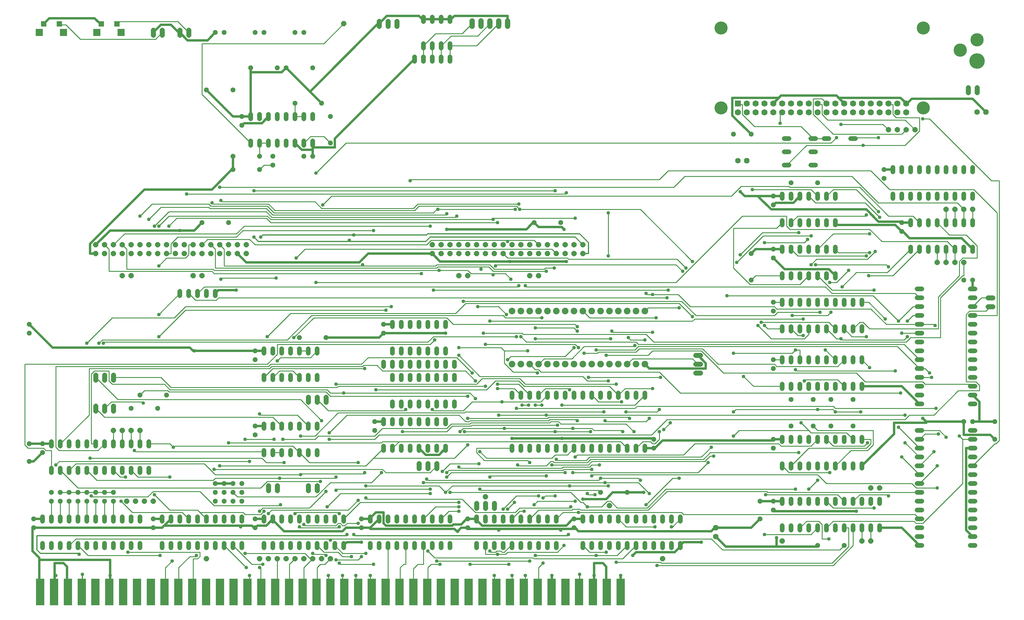
<source format=gtl>
G04 EAGLE Gerber RS-274X export*
G75*
%MOMM*%
%FSLAX34Y34*%
%LPD*%
%INTop Copper*%
%IPPOS*%
%AMOC8*
5,1,8,0,0,1.08239X$1,22.5*%
G01*
%ADD10R,2.362200X7.620000*%
%ADD11C,1.320800*%
%ADD12P,1.539592X8X22.500000*%
%ADD13C,1.905000*%
%ADD14C,1.422400*%
%ADD15C,1.524000*%
%ADD16P,1.429621X8X292.500000*%
%ADD17P,1.429621X8X202.500000*%
%ADD18P,1.429621X8X112.500000*%
%ADD19R,1.524000X1.524000*%
%ADD20R,2.095500X2.095500*%
%ADD21P,1.429621X8X22.500000*%
%ADD22P,1.649562X8X22.500000*%
%ADD23P,1.649562X8X202.500000*%
%ADD24R,1.778000X1.778000*%
%ADD25C,1.778000*%
%ADD26C,3.766000*%
%ADD27P,1.732040X8X112.500000*%
%ADD28C,1.600200*%
%ADD29P,1.732040X8X22.500000*%
%ADD30P,1.539592X8X292.500000*%
%ADD31C,4.445000*%
%ADD32C,3.810000*%
%ADD33C,0.254000*%
%ADD34C,1.016000*%
%ADD35C,0.711200*%
%ADD36C,0.304800*%


D10*
X941324Y-95250D03*
X901700Y-95250D03*
X980948Y-95250D03*
X1020572Y-95250D03*
X1060196Y-95250D03*
X1099820Y-95250D03*
X1139444Y-95250D03*
X1179068Y-95250D03*
X1218692Y-95250D03*
X1258316Y-95250D03*
X1297940Y-95250D03*
X1337564Y-95250D03*
X1377188Y-95250D03*
X1416812Y-95250D03*
X1456436Y-95250D03*
X1496060Y-95250D03*
X1535684Y-95250D03*
X1575308Y-95250D03*
X1614932Y-95250D03*
X1654556Y-95250D03*
X1694180Y-95250D03*
X1733804Y-95250D03*
X69596Y-95250D03*
X109220Y-95250D03*
X148844Y-95250D03*
X188468Y-95250D03*
X228092Y-95250D03*
X267716Y-95250D03*
X307340Y-95250D03*
X346964Y-95250D03*
X386588Y-95250D03*
X426212Y-95250D03*
X465836Y-95250D03*
X505460Y-95250D03*
X545084Y-95250D03*
X584708Y-95250D03*
X624332Y-95250D03*
X663956Y-95250D03*
X703580Y-95250D03*
X743204Y-95250D03*
X782828Y-95250D03*
X822452Y-95250D03*
X862076Y-95250D03*
D11*
X1016000Y31496D02*
X1016000Y44704D01*
X1041400Y44704D02*
X1041400Y31496D01*
X1168400Y31496D02*
X1168400Y44704D01*
X1193800Y44704D02*
X1193800Y31496D01*
X1066800Y31496D02*
X1066800Y44704D01*
X1092200Y44704D02*
X1092200Y31496D01*
X1143000Y31496D02*
X1143000Y44704D01*
X1117600Y44704D02*
X1117600Y31496D01*
X1219200Y31496D02*
X1219200Y44704D01*
X1244600Y44704D02*
X1244600Y31496D01*
X1244600Y107696D02*
X1244600Y120904D01*
X1219200Y120904D02*
X1219200Y107696D01*
X1193800Y107696D02*
X1193800Y120904D01*
X1168400Y120904D02*
X1168400Y107696D01*
X1143000Y107696D02*
X1143000Y120904D01*
X1117600Y120904D02*
X1117600Y107696D01*
X1092200Y107696D02*
X1092200Y120904D01*
X1066800Y120904D02*
X1066800Y107696D01*
X1041400Y107696D02*
X1041400Y120904D01*
X1016000Y120904D02*
X1016000Y107696D01*
X711200Y44704D02*
X711200Y31496D01*
X736600Y31496D02*
X736600Y44704D01*
X863600Y44704D02*
X863600Y31496D01*
X889000Y31496D02*
X889000Y44704D01*
X762000Y44704D02*
X762000Y31496D01*
X787400Y31496D02*
X787400Y44704D01*
X838200Y44704D02*
X838200Y31496D01*
X812800Y31496D02*
X812800Y44704D01*
X914400Y44704D02*
X914400Y31496D01*
X939800Y31496D02*
X939800Y44704D01*
X939800Y107696D02*
X939800Y120904D01*
X914400Y120904D02*
X914400Y107696D01*
X889000Y107696D02*
X889000Y120904D01*
X863600Y120904D02*
X863600Y107696D01*
X838200Y107696D02*
X838200Y120904D01*
X812800Y120904D02*
X812800Y107696D01*
X787400Y107696D02*
X787400Y120904D01*
X762000Y120904D02*
X762000Y107696D01*
X736600Y107696D02*
X736600Y120904D01*
X711200Y120904D02*
X711200Y107696D01*
X419100Y44704D02*
X419100Y31496D01*
X444500Y31496D02*
X444500Y44704D01*
X571500Y44704D02*
X571500Y31496D01*
X596900Y31496D02*
X596900Y44704D01*
X469900Y44704D02*
X469900Y31496D01*
X495300Y31496D02*
X495300Y44704D01*
X546100Y44704D02*
X546100Y31496D01*
X520700Y31496D02*
X520700Y44704D01*
X622300Y44704D02*
X622300Y31496D01*
X647700Y31496D02*
X647700Y44704D01*
X647700Y107696D02*
X647700Y120904D01*
X622300Y120904D02*
X622300Y107696D01*
X596900Y107696D02*
X596900Y120904D01*
X571500Y120904D02*
X571500Y107696D01*
X546100Y107696D02*
X546100Y120904D01*
X520700Y120904D02*
X520700Y107696D01*
X495300Y107696D02*
X495300Y120904D01*
X469900Y120904D02*
X469900Y107696D01*
X444500Y107696D02*
X444500Y120904D01*
X419100Y120904D02*
X419100Y107696D01*
X1320800Y44704D02*
X1320800Y31496D01*
X1346200Y31496D02*
X1346200Y44704D01*
X1473200Y44704D02*
X1473200Y31496D01*
X1498600Y31496D02*
X1498600Y44704D01*
X1371600Y44704D02*
X1371600Y31496D01*
X1397000Y31496D02*
X1397000Y44704D01*
X1447800Y44704D02*
X1447800Y31496D01*
X1422400Y31496D02*
X1422400Y44704D01*
X1524000Y44704D02*
X1524000Y31496D01*
X1549400Y31496D02*
X1549400Y44704D01*
X1549400Y107696D02*
X1549400Y120904D01*
X1524000Y120904D02*
X1524000Y107696D01*
X1498600Y107696D02*
X1498600Y120904D01*
X1473200Y120904D02*
X1473200Y107696D01*
X1447800Y107696D02*
X1447800Y120904D01*
X1422400Y120904D02*
X1422400Y107696D01*
X1397000Y107696D02*
X1397000Y120904D01*
X1371600Y120904D02*
X1371600Y107696D01*
X1346200Y107696D02*
X1346200Y120904D01*
X1320800Y120904D02*
X1320800Y107696D01*
X101600Y247396D02*
X101600Y260604D01*
X127000Y260604D02*
X127000Y247396D01*
X152400Y247396D02*
X152400Y260604D01*
X177800Y260604D02*
X177800Y247396D01*
X203200Y247396D02*
X203200Y260604D01*
X228600Y260604D02*
X228600Y247396D01*
X254000Y247396D02*
X254000Y260604D01*
X279400Y260604D02*
X279400Y247396D01*
X304800Y247396D02*
X304800Y260604D01*
X330200Y260604D02*
X330200Y247396D01*
X355600Y247396D02*
X355600Y260604D01*
X381000Y260604D02*
X381000Y247396D01*
X381000Y323596D02*
X381000Y336804D01*
X355600Y336804D02*
X355600Y323596D01*
X330200Y323596D02*
X330200Y336804D01*
X304800Y336804D02*
X304800Y323596D01*
X279400Y323596D02*
X279400Y336804D01*
X254000Y336804D02*
X254000Y323596D01*
X228600Y323596D02*
X228600Y336804D01*
X203200Y336804D02*
X203200Y323596D01*
X177800Y323596D02*
X177800Y336804D01*
X152400Y336804D02*
X152400Y323596D01*
X127000Y323596D02*
X127000Y336804D01*
X101600Y336804D02*
X101600Y323596D01*
X1625600Y44704D02*
X1625600Y31496D01*
X1651000Y31496D02*
X1651000Y44704D01*
X1676400Y44704D02*
X1676400Y31496D01*
X1701800Y31496D02*
X1701800Y44704D01*
X1727200Y44704D02*
X1727200Y31496D01*
X1752600Y31496D02*
X1752600Y44704D01*
X1778000Y44704D02*
X1778000Y31496D01*
X1803400Y31496D02*
X1803400Y44704D01*
X1828800Y44704D02*
X1828800Y31496D01*
X1854200Y31496D02*
X1854200Y44704D01*
X1879600Y44704D02*
X1879600Y31496D01*
X1905000Y31496D02*
X1905000Y44704D01*
X1905000Y107696D02*
X1905000Y120904D01*
X1879600Y120904D02*
X1879600Y107696D01*
X1854200Y107696D02*
X1854200Y120904D01*
X1828800Y120904D02*
X1828800Y107696D01*
X1803400Y107696D02*
X1803400Y120904D01*
X1778000Y120904D02*
X1778000Y107696D01*
X1752600Y107696D02*
X1752600Y120904D01*
X1727200Y120904D02*
X1727200Y107696D01*
X1701800Y107696D02*
X1701800Y120904D01*
X1676400Y120904D02*
X1676400Y107696D01*
X1651000Y107696D02*
X1651000Y120904D01*
X1625600Y120904D02*
X1625600Y107696D01*
X76200Y44704D02*
X76200Y31496D01*
X101600Y31496D02*
X101600Y44704D01*
X127000Y44704D02*
X127000Y31496D01*
X152400Y31496D02*
X152400Y44704D01*
X177800Y44704D02*
X177800Y31496D01*
X203200Y31496D02*
X203200Y44704D01*
X228600Y44704D02*
X228600Y31496D01*
X254000Y31496D02*
X254000Y44704D01*
X279400Y44704D02*
X279400Y31496D01*
X304800Y31496D02*
X304800Y44704D01*
X330200Y44704D02*
X330200Y31496D01*
X355600Y31496D02*
X355600Y44704D01*
X355600Y107696D02*
X355600Y120904D01*
X330200Y120904D02*
X330200Y107696D01*
X304800Y107696D02*
X304800Y120904D01*
X279400Y120904D02*
X279400Y107696D01*
X254000Y107696D02*
X254000Y120904D01*
X228600Y120904D02*
X228600Y107696D01*
X203200Y107696D02*
X203200Y120904D01*
X177800Y120904D02*
X177800Y107696D01*
X152400Y107696D02*
X152400Y120904D01*
X127000Y120904D02*
X127000Y107696D01*
X101600Y107696D02*
X101600Y120904D01*
X76200Y120904D02*
X76200Y107696D01*
D12*
X101600Y165100D03*
X101600Y190500D03*
X127000Y165100D03*
X127000Y190500D03*
X152400Y165100D03*
X152400Y190500D03*
X177800Y165100D03*
X177800Y190500D03*
X203200Y165100D03*
X203200Y190500D03*
X228600Y165100D03*
X228600Y190500D03*
X254000Y165100D03*
X254000Y190500D03*
X279400Y165100D03*
X279400Y190500D03*
D13*
X1803400Y711200D03*
X1778000Y711200D03*
X1752600Y711200D03*
X1727200Y711200D03*
X1701800Y711200D03*
X1676400Y711200D03*
X1651000Y711200D03*
X1625600Y711200D03*
X1600200Y711200D03*
X1574800Y711200D03*
X1549400Y711200D03*
X1524000Y711200D03*
X1498600Y711200D03*
X1473200Y711200D03*
X1447800Y711200D03*
X1422400Y711200D03*
X1422400Y558800D03*
X1447800Y558800D03*
X1473200Y558800D03*
X1498600Y558800D03*
X1549400Y558800D03*
X1574800Y558800D03*
X1600200Y558800D03*
X1625600Y558800D03*
X1651000Y558800D03*
X1676400Y558800D03*
X1701800Y558800D03*
X1727200Y558800D03*
X1752600Y558800D03*
X1778000Y558800D03*
X1803400Y558800D03*
X1524000Y558800D03*
D11*
X1168400Y1466596D02*
X1168400Y1479804D01*
X1193800Y1479804D02*
X1193800Y1466596D01*
X1219200Y1466596D02*
X1219200Y1479804D01*
X1244600Y1479804D02*
X1244600Y1466596D01*
X1244600Y1542796D02*
X1244600Y1556004D01*
X1219200Y1556004D02*
X1219200Y1542796D01*
X1193800Y1542796D02*
X1193800Y1556004D01*
X1168400Y1556004D02*
X1168400Y1542796D01*
X1143000Y1441704D02*
X1143000Y1428496D01*
X1168400Y1428496D02*
X1168400Y1441704D01*
X1193800Y1441704D02*
X1193800Y1428496D01*
X1219200Y1428496D02*
X1219200Y1441704D01*
X1244600Y1441704D02*
X1244600Y1428496D01*
D14*
X1948688Y533400D02*
X1962912Y533400D01*
X1962912Y558800D02*
X1948688Y558800D01*
X1948688Y584200D02*
X1962912Y584200D01*
D15*
X1308100Y1529080D02*
X1308100Y1544320D01*
X1333500Y1544320D02*
X1333500Y1529080D01*
X1358900Y1529080D02*
X1358900Y1544320D01*
X1384300Y1544320D02*
X1384300Y1529080D01*
X1409700Y1529080D02*
X1409700Y1544320D01*
D11*
X1803400Y476504D02*
X1803400Y463296D01*
X1778000Y463296D02*
X1778000Y476504D01*
X1651000Y476504D02*
X1651000Y463296D01*
X1625600Y463296D02*
X1625600Y476504D01*
X1752600Y476504D02*
X1752600Y463296D01*
X1727200Y463296D02*
X1727200Y476504D01*
X1676400Y476504D02*
X1676400Y463296D01*
X1701800Y463296D02*
X1701800Y476504D01*
X1600200Y476504D02*
X1600200Y463296D01*
X1574800Y463296D02*
X1574800Y476504D01*
X1549400Y476504D02*
X1549400Y463296D01*
X1524000Y463296D02*
X1524000Y476504D01*
X1498600Y476504D02*
X1498600Y463296D01*
X1473200Y463296D02*
X1473200Y476504D01*
X1447800Y476504D02*
X1447800Y463296D01*
X1422400Y463296D02*
X1422400Y476504D01*
X1422400Y324104D02*
X1422400Y310896D01*
X1447800Y310896D02*
X1447800Y324104D01*
X1473200Y324104D02*
X1473200Y310896D01*
X1498600Y310896D02*
X1498600Y324104D01*
X1524000Y324104D02*
X1524000Y310896D01*
X1549400Y310896D02*
X1549400Y324104D01*
X1574800Y324104D02*
X1574800Y310896D01*
X1600200Y310896D02*
X1600200Y324104D01*
X1625600Y324104D02*
X1625600Y310896D01*
X1651000Y310896D02*
X1651000Y324104D01*
X1676400Y324104D02*
X1676400Y310896D01*
X1701800Y310896D02*
X1701800Y324104D01*
X1727200Y324104D02*
X1727200Y310896D01*
X1752600Y310896D02*
X1752600Y324104D01*
X1778000Y324104D02*
X1778000Y310896D01*
X1803400Y310896D02*
X1803400Y324104D01*
D14*
X1155700Y273812D02*
X1155700Y259588D01*
X1181100Y259588D02*
X1181100Y273812D01*
X1206500Y273812D02*
X1206500Y259588D01*
D11*
X1079500Y590296D02*
X1079500Y603504D01*
X1104900Y603504D02*
X1104900Y590296D01*
X1231900Y590296D02*
X1231900Y603504D01*
X1231900Y666496D02*
X1231900Y679704D01*
X1130300Y603504D02*
X1130300Y590296D01*
X1155700Y590296D02*
X1155700Y603504D01*
X1206500Y603504D02*
X1206500Y590296D01*
X1181100Y590296D02*
X1181100Y603504D01*
X1206500Y666496D02*
X1206500Y679704D01*
X1181100Y679704D02*
X1181100Y666496D01*
X1155700Y666496D02*
X1155700Y679704D01*
X1130300Y679704D02*
X1130300Y666496D01*
X1104900Y666496D02*
X1104900Y679704D01*
X1079500Y679704D02*
X1079500Y666496D01*
X1079500Y451104D02*
X1079500Y437896D01*
X1104900Y437896D02*
X1104900Y451104D01*
X1231900Y451104D02*
X1231900Y437896D01*
X1257300Y437896D02*
X1257300Y451104D01*
X1130300Y451104D02*
X1130300Y437896D01*
X1155700Y437896D02*
X1155700Y451104D01*
X1206500Y451104D02*
X1206500Y437896D01*
X1181100Y437896D02*
X1181100Y451104D01*
X1257300Y514096D02*
X1257300Y527304D01*
X1231900Y527304D02*
X1231900Y514096D01*
X1206500Y514096D02*
X1206500Y527304D01*
X1181100Y527304D02*
X1181100Y514096D01*
X1155700Y514096D02*
X1155700Y527304D01*
X1130300Y527304D02*
X1130300Y514096D01*
X1104900Y514096D02*
X1104900Y527304D01*
X1079500Y527304D02*
X1079500Y514096D01*
X1054100Y552196D02*
X1054100Y565404D01*
X1079500Y565404D02*
X1079500Y552196D01*
X1104900Y552196D02*
X1104900Y565404D01*
X1130300Y565404D02*
X1130300Y552196D01*
X1155700Y552196D02*
X1155700Y565404D01*
X1181100Y565404D02*
X1181100Y552196D01*
X1206500Y552196D02*
X1206500Y565404D01*
X1231900Y565404D02*
X1231900Y552196D01*
X1257300Y552196D02*
X1257300Y565404D01*
X1054100Y324104D02*
X1054100Y310896D01*
X1079500Y310896D02*
X1079500Y324104D01*
X1206500Y324104D02*
X1206500Y310896D01*
X1231900Y310896D02*
X1231900Y324104D01*
X1104900Y324104D02*
X1104900Y310896D01*
X1130300Y310896D02*
X1130300Y324104D01*
X1181100Y324104D02*
X1181100Y310896D01*
X1155700Y310896D02*
X1155700Y324104D01*
X1231900Y387096D02*
X1231900Y400304D01*
X1206500Y400304D02*
X1206500Y387096D01*
X1181100Y387096D02*
X1181100Y400304D01*
X1155700Y400304D02*
X1155700Y387096D01*
X1130300Y387096D02*
X1130300Y400304D01*
X1104900Y400304D02*
X1104900Y387096D01*
X1079500Y387096D02*
X1079500Y400304D01*
X1054100Y400304D02*
X1054100Y387096D01*
D14*
X1320800Y159512D02*
X1320800Y145288D01*
X1346200Y145288D02*
X1346200Y159512D01*
X1371600Y159512D02*
X1371600Y145288D01*
X838200Y450088D02*
X838200Y464312D01*
X863600Y464312D02*
X863600Y450088D01*
X889000Y450088D02*
X889000Y464312D01*
D16*
X38100Y673100D03*
X38100Y647700D03*
X685800Y381000D03*
X685800Y355600D03*
X685800Y596900D03*
X685800Y571500D03*
X2489200Y1117600D03*
X2489200Y1092200D03*
X1054100Y673100D03*
X1054100Y647700D03*
X2540000Y965200D03*
X2540000Y939800D03*
D17*
X2743200Y800100D03*
X2717800Y800100D03*
D16*
X1028700Y393700D03*
X1028700Y368300D03*
X50800Y114300D03*
X50800Y88900D03*
X393700Y114300D03*
X393700Y88900D03*
X990600Y114300D03*
X990600Y88900D03*
X685800Y114300D03*
X685800Y88900D03*
X76200Y330200D03*
X76200Y304800D03*
X1295400Y114300D03*
X1295400Y88900D03*
D18*
X1828800Y317500D03*
X1828800Y342900D03*
D16*
X1600200Y114300D03*
X1600200Y88900D03*
D19*
X124079Y1536446D03*
X79121Y1536446D03*
D20*
X136652Y1511554D03*
X66548Y1511554D03*
D19*
X289179Y1536446D03*
X244221Y1536446D03*
D20*
X301752Y1511554D03*
X231648Y1511554D03*
D14*
X419100Y1518412D02*
X419100Y1504188D01*
X393700Y1504188D02*
X393700Y1518412D01*
X495300Y1518412D02*
X495300Y1504188D01*
X469900Y1504188D02*
X469900Y1518412D01*
D21*
X546100Y1346200D03*
X622300Y1346200D03*
D17*
X596900Y1511300D03*
X571500Y1511300D03*
D21*
X1676400Y190500D03*
X1752600Y190500D03*
D22*
X279400Y368300D03*
X304800Y368300D03*
X330200Y368300D03*
X355600Y368300D03*
X317500Y165100D03*
X939800Y1536700D03*
D17*
X711200Y1511300D03*
X685800Y1511300D03*
D14*
X1041400Y1529588D02*
X1041400Y1543812D01*
X1066800Y1543812D02*
X1066800Y1529588D01*
X1092200Y1529588D02*
X1092200Y1543812D01*
D23*
X1625600Y901700D03*
X1600200Y901700D03*
X1574800Y901700D03*
X1549400Y901700D03*
X1524000Y901700D03*
X1498600Y901700D03*
X1625600Y876300D03*
X1600200Y876300D03*
X1574800Y876300D03*
X1549400Y876300D03*
X1524000Y876300D03*
X1498600Y876300D03*
X1473200Y901700D03*
X1473200Y876300D03*
X1447800Y901700D03*
X1422400Y901700D03*
X1397000Y901700D03*
X1371600Y901700D03*
X1346200Y901700D03*
X1320800Y901700D03*
X1447800Y876300D03*
X1422400Y876300D03*
X1397000Y876300D03*
X1371600Y876300D03*
X1346200Y876300D03*
X1320800Y876300D03*
X1295400Y901700D03*
X1295400Y876300D03*
X1270000Y901700D03*
X1244600Y901700D03*
X1219200Y901700D03*
X1193800Y901700D03*
X1270000Y876300D03*
X1244600Y876300D03*
X1219200Y876300D03*
X1193800Y876300D03*
X660400Y901700D03*
X635000Y901700D03*
X609600Y901700D03*
X584200Y901700D03*
X558800Y901700D03*
X533400Y901700D03*
X660400Y876300D03*
X635000Y876300D03*
X609600Y876300D03*
X584200Y876300D03*
X558800Y876300D03*
X533400Y876300D03*
X508000Y901700D03*
X508000Y876300D03*
X482600Y901700D03*
X457200Y901700D03*
X431800Y901700D03*
X406400Y901700D03*
X381000Y901700D03*
X355600Y901700D03*
X482600Y876300D03*
X457200Y876300D03*
X431800Y876300D03*
X406400Y876300D03*
X381000Y876300D03*
X355600Y876300D03*
X330200Y901700D03*
X330200Y876300D03*
X304800Y901700D03*
X279400Y901700D03*
X254000Y901700D03*
X228600Y901700D03*
X304800Y876300D03*
X279400Y876300D03*
X254000Y876300D03*
X228600Y876300D03*
D22*
X1473200Y812800D03*
X1498600Y812800D03*
X1270000Y812800D03*
X1295400Y812800D03*
X304800Y812800D03*
X330200Y812800D03*
X508000Y812800D03*
X533400Y812800D03*
X901700Y0D03*
X876300Y0D03*
X825500Y0D03*
X800100Y0D03*
X774700Y0D03*
X749300Y0D03*
X698500Y0D03*
X850900Y0D03*
D11*
X2197100Y958596D02*
X2197100Y971804D01*
X2222500Y971804D02*
X2222500Y958596D01*
X2349500Y958596D02*
X2349500Y971804D01*
X2349500Y1034796D02*
X2349500Y1048004D01*
X2247900Y971804D02*
X2247900Y958596D01*
X2273300Y958596D02*
X2273300Y971804D01*
X2324100Y971804D02*
X2324100Y958596D01*
X2298700Y958596D02*
X2298700Y971804D01*
X2324100Y1034796D02*
X2324100Y1048004D01*
X2298700Y1048004D02*
X2298700Y1034796D01*
X2273300Y1034796D02*
X2273300Y1048004D01*
X2247900Y1048004D02*
X2247900Y1034796D01*
X2222500Y1034796D02*
X2222500Y1048004D01*
X2197100Y1048004D02*
X2197100Y1034796D01*
X2197100Y819404D02*
X2197100Y806196D01*
X2222500Y806196D02*
X2222500Y819404D01*
X2349500Y819404D02*
X2349500Y806196D01*
X2349500Y882396D02*
X2349500Y895604D01*
X2247900Y819404D02*
X2247900Y806196D01*
X2273300Y806196D02*
X2273300Y819404D01*
X2324100Y819404D02*
X2324100Y806196D01*
X2298700Y806196D02*
X2298700Y819404D01*
X2324100Y882396D02*
X2324100Y895604D01*
X2298700Y895604D02*
X2298700Y882396D01*
X2273300Y882396D02*
X2273300Y895604D01*
X2247900Y895604D02*
X2247900Y882396D01*
X2222500Y882396D02*
X2222500Y895604D01*
X2197100Y895604D02*
X2197100Y882396D01*
X2197100Y273304D02*
X2197100Y260096D01*
X2222500Y260096D02*
X2222500Y273304D01*
X2349500Y273304D02*
X2349500Y260096D01*
X2374900Y260096D02*
X2374900Y273304D01*
X2247900Y273304D02*
X2247900Y260096D01*
X2273300Y260096D02*
X2273300Y273304D01*
X2324100Y273304D02*
X2324100Y260096D01*
X2298700Y260096D02*
X2298700Y273304D01*
X2400300Y273304D02*
X2400300Y260096D01*
X2425700Y260096D02*
X2425700Y273304D01*
X2425700Y336296D02*
X2425700Y349504D01*
X2400300Y349504D02*
X2400300Y336296D01*
X2374900Y336296D02*
X2374900Y349504D01*
X2349500Y349504D02*
X2349500Y336296D01*
X2324100Y336296D02*
X2324100Y349504D01*
X2298700Y349504D02*
X2298700Y336296D01*
X2273300Y336296D02*
X2273300Y349504D01*
X2247900Y349504D02*
X2247900Y336296D01*
X2222500Y336296D02*
X2222500Y349504D01*
X2197100Y349504D02*
X2197100Y336296D01*
X2197100Y653796D02*
X2197100Y667004D01*
X2222500Y667004D02*
X2222500Y653796D01*
X2349500Y653796D02*
X2349500Y667004D01*
X2374900Y667004D02*
X2374900Y653796D01*
X2247900Y653796D02*
X2247900Y667004D01*
X2273300Y667004D02*
X2273300Y653796D01*
X2324100Y653796D02*
X2324100Y667004D01*
X2298700Y667004D02*
X2298700Y653796D01*
X2400300Y653796D02*
X2400300Y667004D01*
X2425700Y667004D02*
X2425700Y653796D01*
X2425700Y729996D02*
X2425700Y743204D01*
X2400300Y743204D02*
X2400300Y729996D01*
X2374900Y729996D02*
X2374900Y743204D01*
X2349500Y743204D02*
X2349500Y729996D01*
X2324100Y729996D02*
X2324100Y743204D01*
X2298700Y743204D02*
X2298700Y729996D01*
X2273300Y729996D02*
X2273300Y743204D01*
X2247900Y743204D02*
X2247900Y729996D01*
X2222500Y729996D02*
X2222500Y743204D01*
X2197100Y743204D02*
X2197100Y729996D01*
X2197100Y501904D02*
X2197100Y488696D01*
X2222500Y488696D02*
X2222500Y501904D01*
X2349500Y501904D02*
X2349500Y488696D01*
X2374900Y488696D02*
X2374900Y501904D01*
X2247900Y501904D02*
X2247900Y488696D01*
X2273300Y488696D02*
X2273300Y501904D01*
X2324100Y501904D02*
X2324100Y488696D01*
X2298700Y488696D02*
X2298700Y501904D01*
X2400300Y501904D02*
X2400300Y488696D01*
X2425700Y488696D02*
X2425700Y501904D01*
X2425700Y564896D02*
X2425700Y578104D01*
X2400300Y578104D02*
X2400300Y564896D01*
X2374900Y564896D02*
X2374900Y578104D01*
X2349500Y578104D02*
X2349500Y564896D01*
X2324100Y564896D02*
X2324100Y578104D01*
X2298700Y578104D02*
X2298700Y564896D01*
X2273300Y564896D02*
X2273300Y578104D01*
X2247900Y578104D02*
X2247900Y564896D01*
X2222500Y564896D02*
X2222500Y578104D01*
X2197100Y578104D02*
X2197100Y564896D01*
D16*
X2108200Y876300D03*
X2108200Y800100D03*
D11*
X2197100Y95504D02*
X2197100Y82296D01*
X2222500Y82296D02*
X2222500Y95504D01*
X2247900Y95504D02*
X2247900Y82296D01*
X2273300Y82296D02*
X2273300Y95504D01*
X2298700Y95504D02*
X2298700Y82296D01*
X2324100Y82296D02*
X2324100Y95504D01*
X2349500Y95504D02*
X2349500Y82296D01*
X2374900Y82296D02*
X2374900Y95504D01*
X2400300Y95504D02*
X2400300Y82296D01*
X2425700Y82296D02*
X2425700Y95504D01*
X2451100Y95504D02*
X2451100Y82296D01*
X2476500Y82296D02*
X2476500Y95504D01*
X2476500Y158496D02*
X2476500Y171704D01*
X2451100Y171704D02*
X2451100Y158496D01*
X2425700Y158496D02*
X2425700Y171704D01*
X2400300Y171704D02*
X2400300Y158496D01*
X2374900Y158496D02*
X2374900Y171704D01*
X2349500Y171704D02*
X2349500Y158496D01*
X2324100Y158496D02*
X2324100Y171704D01*
X2298700Y171704D02*
X2298700Y158496D01*
X2273300Y158496D02*
X2273300Y171704D01*
X2247900Y171704D02*
X2247900Y158496D01*
X2222500Y158496D02*
X2222500Y171704D01*
X2197100Y171704D02*
X2197100Y158496D01*
D24*
X2070100Y1307400D03*
D25*
X2070100Y1282000D03*
X2095500Y1307400D03*
X2095500Y1282000D03*
X2120900Y1307400D03*
X2120900Y1282000D03*
X2146300Y1307400D03*
X2146300Y1282000D03*
X2171700Y1307400D03*
X2171700Y1282000D03*
X2197100Y1307400D03*
X2197100Y1282000D03*
X2222500Y1307400D03*
X2222500Y1282000D03*
X2247900Y1307400D03*
X2247900Y1282000D03*
X2273300Y1307400D03*
X2273300Y1282000D03*
X2298700Y1307400D03*
X2298700Y1282000D03*
X2324100Y1307400D03*
X2324100Y1282000D03*
X2349500Y1307400D03*
X2349500Y1282000D03*
X2374900Y1307400D03*
X2374900Y1282000D03*
X2400300Y1307400D03*
X2400300Y1282000D03*
X2425700Y1307400D03*
X2425700Y1282000D03*
X2451100Y1307400D03*
X2451100Y1282000D03*
X2476500Y1307400D03*
X2476500Y1282000D03*
X2501900Y1307400D03*
X2501900Y1282000D03*
X2527300Y1307400D03*
X2527300Y1282000D03*
X2552700Y1307400D03*
X2552700Y1282000D03*
D26*
X2021400Y1524700D03*
X2021400Y1294700D03*
X2601400Y1294700D03*
X2601400Y1524700D03*
D16*
X2400300Y457200D03*
X2400300Y381000D03*
X2336800Y457200D03*
X2336800Y381000D03*
X2286000Y457200D03*
X2286000Y381000D03*
X2222500Y457200D03*
X2222500Y381000D03*
D11*
X2317496Y1206500D02*
X2330704Y1206500D01*
X2393696Y1206500D02*
X2406904Y1206500D01*
X2292604Y1206500D02*
X2279396Y1206500D01*
X2216404Y1206500D02*
X2203196Y1206500D01*
X2279396Y1168400D02*
X2292604Y1168400D01*
X2216404Y1168400D02*
X2203196Y1168400D01*
X2279396Y1130300D02*
X2292604Y1130300D01*
X2216404Y1130300D02*
X2203196Y1130300D01*
D16*
X2171700Y1041400D03*
X2171700Y1016000D03*
X2171700Y889000D03*
X2171700Y863600D03*
X2171700Y571500D03*
X2171700Y546100D03*
X2171700Y736600D03*
X2171700Y711200D03*
X2171700Y342900D03*
X2171700Y317500D03*
X2171700Y165100D03*
X2171700Y139700D03*
D22*
X1701800Y152400D03*
X1854200Y0D03*
X2451100Y50800D03*
X2476500Y203200D03*
X2451100Y203200D03*
D27*
X2006600Y88900D03*
D28*
X2006600Y63500D03*
D29*
X2095500Y1143000D03*
D28*
X2070100Y1143000D03*
D22*
X2425700Y50800D03*
X2197100Y50800D03*
D11*
X2584196Y368300D02*
X2597404Y368300D01*
X2597404Y342900D02*
X2584196Y342900D01*
X2584196Y317500D02*
X2597404Y317500D01*
X2597404Y292100D02*
X2584196Y292100D01*
X2584196Y266700D02*
X2597404Y266700D01*
X2597404Y241300D02*
X2584196Y241300D01*
X2584196Y215900D02*
X2597404Y215900D01*
X2597404Y190500D02*
X2584196Y190500D01*
X2584196Y165100D02*
X2597404Y165100D01*
X2597404Y139700D02*
X2584196Y139700D01*
X2584196Y114300D02*
X2597404Y114300D01*
X2597404Y88900D02*
X2584196Y88900D01*
X2584196Y63500D02*
X2597404Y63500D01*
X2597404Y38100D02*
X2584196Y38100D01*
X2736596Y38100D02*
X2749804Y38100D01*
X2749804Y63500D02*
X2736596Y63500D01*
X2736596Y88900D02*
X2749804Y88900D01*
X2749804Y114300D02*
X2736596Y114300D01*
X2736596Y139700D02*
X2749804Y139700D01*
X2749804Y165100D02*
X2736596Y165100D01*
X2736596Y190500D02*
X2749804Y190500D01*
X2749804Y215900D02*
X2736596Y215900D01*
X2736596Y241300D02*
X2749804Y241300D01*
X2749804Y266700D02*
X2736596Y266700D01*
X2736596Y292100D02*
X2749804Y292100D01*
X2749804Y317500D02*
X2736596Y317500D01*
X2736596Y342900D02*
X2749804Y342900D01*
X2749804Y368300D02*
X2736596Y368300D01*
D17*
X2743200Y393700D03*
X2717800Y393700D03*
X2298700Y1079500D03*
X2222500Y1079500D03*
D11*
X2514600Y1048004D02*
X2514600Y1034796D01*
X2540000Y1034796D02*
X2540000Y1048004D01*
X2667000Y1048004D02*
X2667000Y1034796D01*
X2692400Y1034796D02*
X2692400Y1048004D01*
X2565400Y1048004D02*
X2565400Y1034796D01*
X2590800Y1034796D02*
X2590800Y1048004D01*
X2641600Y1048004D02*
X2641600Y1034796D01*
X2616200Y1034796D02*
X2616200Y1048004D01*
X2717800Y1048004D02*
X2717800Y1034796D01*
X2743200Y1034796D02*
X2743200Y1048004D01*
X2743200Y1110996D02*
X2743200Y1124204D01*
X2717800Y1124204D02*
X2717800Y1110996D01*
X2692400Y1110996D02*
X2692400Y1124204D01*
X2667000Y1124204D02*
X2667000Y1110996D01*
X2641600Y1110996D02*
X2641600Y1124204D01*
X2616200Y1124204D02*
X2616200Y1110996D01*
X2590800Y1110996D02*
X2590800Y1124204D01*
X2565400Y1124204D02*
X2565400Y1110996D01*
X2540000Y1110996D02*
X2540000Y1124204D01*
X2514600Y1124204D02*
X2514600Y1110996D01*
D21*
X2057400Y1219200D03*
X2108200Y1219200D03*
D16*
X2806700Y393700D03*
X2806700Y342900D03*
X38100Y330200D03*
X38100Y279400D03*
X2133600Y165100D03*
X2133600Y114300D03*
D17*
X2374900Y38100D03*
X2298700Y38100D03*
X825500Y1511300D03*
X800100Y1511300D03*
D11*
X673100Y1200404D02*
X673100Y1187196D01*
X698500Y1187196D02*
X698500Y1200404D01*
X825500Y1200404D02*
X825500Y1187196D01*
X850900Y1187196D02*
X850900Y1200404D01*
X723900Y1200404D02*
X723900Y1187196D01*
X749300Y1187196D02*
X749300Y1200404D01*
X800100Y1200404D02*
X800100Y1187196D01*
X774700Y1187196D02*
X774700Y1200404D01*
X850900Y1263396D02*
X850900Y1276604D01*
X825500Y1276604D02*
X825500Y1263396D01*
X800100Y1263396D02*
X800100Y1276604D01*
X774700Y1276604D02*
X774700Y1263396D01*
X749300Y1263396D02*
X749300Y1276604D01*
X723900Y1276604D02*
X723900Y1263396D01*
X698500Y1263396D02*
X698500Y1276604D01*
X673100Y1276604D02*
X673100Y1263396D01*
D17*
X698500Y1155700D03*
X622300Y1155700D03*
D18*
X736600Y1130300D03*
X736600Y1155700D03*
D17*
X698500Y1117600D03*
X622300Y1117600D03*
D21*
X673100Y1409700D03*
X749300Y1409700D03*
X800100Y1308100D03*
X876300Y1308100D03*
X825500Y1155700D03*
X850900Y1155700D03*
D18*
X901700Y1193800D03*
X901700Y1270000D03*
D21*
X774700Y1409700D03*
X850900Y1409700D03*
D16*
X647700Y1270000D03*
X647700Y1244600D03*
D30*
X571500Y215900D03*
X596900Y215900D03*
X571500Y190500D03*
X596900Y190500D03*
X571500Y165100D03*
X596900Y165100D03*
X622300Y215900D03*
X647700Y215900D03*
X622300Y190500D03*
X647700Y190500D03*
X622300Y165100D03*
X647700Y165100D03*
D11*
X711200Y298196D02*
X711200Y311404D01*
X736600Y311404D02*
X736600Y298196D01*
X863600Y298196D02*
X863600Y311404D01*
X863600Y374396D02*
X863600Y387604D01*
X762000Y311404D02*
X762000Y298196D01*
X787400Y298196D02*
X787400Y311404D01*
X838200Y311404D02*
X838200Y298196D01*
X812800Y298196D02*
X812800Y311404D01*
X838200Y374396D02*
X838200Y387604D01*
X812800Y387604D02*
X812800Y374396D01*
X787400Y374396D02*
X787400Y387604D01*
X762000Y387604D02*
X762000Y374396D01*
X736600Y374396D02*
X736600Y387604D01*
X711200Y387604D02*
X711200Y374396D01*
X711200Y514096D02*
X711200Y527304D01*
X736600Y527304D02*
X736600Y514096D01*
X863600Y514096D02*
X863600Y527304D01*
X863600Y590296D02*
X863600Y603504D01*
X762000Y527304D02*
X762000Y514096D01*
X787400Y514096D02*
X787400Y527304D01*
X838200Y527304D02*
X838200Y514096D01*
X812800Y514096D02*
X812800Y527304D01*
X838200Y590296D02*
X838200Y603504D01*
X812800Y603504D02*
X812800Y590296D01*
X787400Y590296D02*
X787400Y603504D01*
X762000Y603504D02*
X762000Y590296D01*
X736600Y590296D02*
X736600Y603504D01*
X711200Y603504D02*
X711200Y590296D01*
D14*
X723900Y210312D02*
X723900Y196088D01*
X749300Y196088D02*
X749300Y210312D01*
D11*
X2565400Y882396D02*
X2565400Y895604D01*
X2590800Y895604D02*
X2590800Y882396D01*
X2717800Y882396D02*
X2717800Y895604D01*
X2743200Y895604D02*
X2743200Y882396D01*
X2616200Y882396D02*
X2616200Y895604D01*
X2641600Y895604D02*
X2641600Y882396D01*
X2692400Y882396D02*
X2692400Y895604D01*
X2667000Y895604D02*
X2667000Y882396D01*
X2743200Y958596D02*
X2743200Y971804D01*
X2717800Y971804D02*
X2717800Y958596D01*
X2692400Y958596D02*
X2692400Y971804D01*
X2667000Y971804D02*
X2667000Y958596D01*
X2641600Y958596D02*
X2641600Y971804D01*
X2616200Y971804D02*
X2616200Y958596D01*
X2590800Y958596D02*
X2590800Y971804D01*
X2565400Y971804D02*
X2565400Y958596D01*
X2584196Y774700D02*
X2597404Y774700D01*
X2597404Y749300D02*
X2584196Y749300D01*
X2584196Y723900D02*
X2597404Y723900D01*
X2597404Y698500D02*
X2584196Y698500D01*
X2584196Y673100D02*
X2597404Y673100D01*
X2597404Y647700D02*
X2584196Y647700D01*
X2584196Y622300D02*
X2597404Y622300D01*
X2597404Y596900D02*
X2584196Y596900D01*
X2584196Y571500D02*
X2597404Y571500D01*
X2597404Y546100D02*
X2584196Y546100D01*
X2584196Y520700D02*
X2597404Y520700D01*
X2597404Y495300D02*
X2584196Y495300D01*
X2584196Y469900D02*
X2597404Y469900D01*
X2597404Y444500D02*
X2584196Y444500D01*
X2736596Y444500D02*
X2749804Y444500D01*
X2749804Y469900D02*
X2736596Y469900D01*
X2736596Y495300D02*
X2749804Y495300D01*
X2749804Y520700D02*
X2736596Y520700D01*
X2736596Y546100D02*
X2749804Y546100D01*
X2749804Y571500D02*
X2736596Y571500D01*
X2736596Y596900D02*
X2749804Y596900D01*
X2749804Y622300D02*
X2736596Y622300D01*
X2736596Y647700D02*
X2749804Y647700D01*
X2749804Y673100D02*
X2736596Y673100D01*
X2736596Y698500D02*
X2749804Y698500D01*
X2749804Y723900D02*
X2736596Y723900D01*
X2736596Y749300D02*
X2749804Y749300D01*
X2749804Y774700D02*
X2736596Y774700D01*
D14*
X2786888Y723900D02*
X2801112Y723900D01*
X2801112Y749300D02*
X2786888Y749300D01*
D22*
X723900Y0D03*
D14*
X838200Y196088D02*
X838200Y210312D01*
X863600Y210312D02*
X863600Y196088D01*
D17*
X889000Y635000D03*
X812800Y635000D03*
D11*
X571500Y755396D02*
X571500Y768604D01*
X546100Y768604D02*
X546100Y755396D01*
X520700Y755396D02*
X520700Y768604D01*
X495300Y768604D02*
X495300Y755396D01*
X469900Y755396D02*
X469900Y768604D01*
D14*
X2730500Y1339088D02*
X2730500Y1353312D01*
X2755900Y1353312D02*
X2755900Y1339088D01*
D31*
X2755900Y1429500D03*
D32*
X2755900Y1490500D03*
X2707900Y1460500D03*
D29*
X2781300Y1282700D03*
D28*
X2755900Y1282700D03*
D22*
X2578100Y1231900D03*
X2552700Y1231900D03*
X2527300Y1231900D03*
X2501900Y1231900D03*
D17*
X609600Y965200D03*
X533400Y965200D03*
X1562100Y965200D03*
X1485900Y965200D03*
D22*
X2667000Y1003300D03*
X2692400Y1003300D03*
X2641600Y850900D03*
X2667000Y850900D03*
X2743200Y1003300D03*
X2717800Y1003300D03*
X2717800Y850900D03*
X2692400Y850900D03*
X546100Y0D03*
D14*
X228600Y513588D02*
X228600Y527812D01*
X254000Y527812D02*
X254000Y513588D01*
X279400Y513588D02*
X279400Y527812D01*
X228600Y438912D02*
X228600Y424688D01*
X254000Y424688D02*
X254000Y438912D01*
X279400Y438912D02*
X279400Y424688D01*
D22*
X1346200Y177800D03*
X368300Y165100D03*
X393700Y165100D03*
X342900Y165100D03*
D21*
X330200Y431800D03*
X406400Y431800D03*
X355600Y469900D03*
X431800Y469900D03*
D33*
X1190625Y-15875D02*
X1216025Y-15875D01*
X1190625Y-15875D02*
X1181100Y-25400D01*
X1181100Y-95250D01*
X1179068Y-95250D01*
D34*
X1216025Y-15875D03*
D33*
X1168400Y-15875D02*
X1168400Y38100D01*
X1168400Y-15875D02*
X1152525Y-15875D01*
X1139825Y-28575D01*
X1139825Y-95250D01*
X1139444Y-95250D01*
X1117600Y-15875D02*
X1117600Y38100D01*
X1117600Y-15875D02*
X1111250Y-15875D01*
X1101725Y-25400D01*
X1101725Y-95250D01*
X1099820Y-95250D01*
X1066800Y-95250D02*
X1066800Y38100D01*
X1066800Y-95250D02*
X1060196Y-95250D01*
X936625Y15875D02*
X914400Y38100D01*
X936625Y15875D02*
X1003300Y15875D01*
X1016000Y-47625D02*
X1016000Y-95250D01*
X1020572Y-95250D01*
D34*
X1003300Y15875D03*
X1016000Y-47625D03*
D33*
X882650Y19050D02*
X863600Y38100D01*
X882650Y19050D02*
X923925Y19050D01*
X936625Y6350D01*
X962025Y6350D01*
X974725Y-47625D02*
X974725Y-95250D01*
X980948Y-95250D01*
D34*
X962025Y6350D03*
X974725Y-47625D03*
D33*
X828675Y95250D02*
X825500Y98425D01*
X828675Y95250D02*
X917575Y95250D01*
X923925Y101600D01*
X930275Y101600D01*
X936625Y95250D01*
X942975Y95250D01*
X949325Y101600D01*
X981075Y101600D01*
D34*
X825500Y98425D03*
X981075Y101600D03*
D33*
X815975Y88900D02*
X812800Y92075D01*
X815975Y88900D02*
X923925Y88900D01*
X927100Y92075D01*
X936625Y-47625D02*
X936625Y-95250D01*
X941324Y-95250D01*
D34*
X812800Y92075D03*
X927100Y92075D03*
X936625Y-47625D03*
D33*
X800100Y130175D02*
X803275Y133350D01*
X923925Y133350D01*
X927100Y130175D01*
D34*
X800100Y130175D03*
X927100Y130175D03*
D33*
X850900Y15875D02*
X854075Y12700D01*
X885825Y12700D01*
X889000Y9525D01*
X895350Y-47625D02*
X895350Y-95250D01*
X901700Y-95250D01*
D34*
X850900Y15875D03*
X889000Y9525D03*
X895350Y-47625D03*
D33*
X723900Y130175D02*
X733425Y139700D01*
X952500Y139700D01*
X981075Y168275D01*
X990600Y6350D02*
X981075Y-3175D01*
X917575Y-3175D01*
D34*
X723900Y130175D03*
X981075Y168275D03*
X990600Y6350D03*
X917575Y-3175D03*
D33*
X676275Y-15875D02*
X622300Y38100D01*
X676275Y-15875D02*
X708025Y-15875D01*
D34*
X708025Y-15875D03*
D33*
X1498600Y-25400D02*
X1511300Y-12700D01*
X1498600Y-25400D02*
X1498600Y-95250D01*
X1496060Y-95250D01*
X2381250Y361950D02*
X2400300Y342900D01*
X2381250Y361950D02*
X2279650Y361950D01*
X2273300Y368300D02*
X2251075Y390525D01*
X2273300Y368300D02*
X2279650Y361950D01*
X2241550Y641350D02*
X2222500Y660400D01*
X2241550Y641350D02*
X2257425Y641350D01*
X2498725Y822325D02*
X2565400Y889000D01*
X2498725Y822325D02*
X2409825Y822325D01*
X2368550Y781050D01*
X2336800Y708025D02*
X2327275Y698500D01*
X2225675Y698500D01*
X1641475Y269875D02*
X1536700Y269875D01*
X1641475Y269875D02*
X1651000Y279400D01*
X1974850Y279400D01*
X1990725Y295275D01*
X2000250Y295275D01*
X2057400Y352425D02*
X2073275Y368300D01*
X2273300Y368300D01*
D34*
X1511300Y-12700D03*
X2251075Y390525D03*
X2257425Y641350D03*
X2368550Y781050D03*
X2336800Y708025D03*
X2225675Y698500D03*
X1536700Y269875D03*
X2000250Y295275D03*
X2057400Y352425D03*
D33*
X2343150Y428625D02*
X2349500Y422275D01*
X2343150Y428625D02*
X2298700Y428625D01*
X2514600Y812800D02*
X2590800Y889000D01*
X2514600Y812800D02*
X2444750Y812800D01*
X2422525Y422275D02*
X2349500Y422275D01*
X1517650Y180975D02*
X1511300Y174625D01*
X1517650Y180975D02*
X1546225Y180975D01*
X1552575Y282575D02*
X1549400Y285750D01*
X1552575Y282575D02*
X1635125Y282575D01*
X1644650Y292100D01*
X1965325Y292100D01*
X1993900Y320675D01*
X2057400Y422275D02*
X2063750Y428625D01*
X2298700Y428625D01*
D34*
X2349500Y422275D03*
X2298700Y428625D03*
X2444750Y812800D03*
X2422525Y422275D03*
X1511300Y174625D03*
X1546225Y180975D03*
X1549400Y285750D03*
X1993900Y320675D03*
X2057400Y422275D03*
D33*
X2260600Y511175D02*
X2263775Y514350D01*
X2355850Y514350D01*
X2374900Y495300D01*
X2676525Y930275D02*
X2641600Y965200D01*
X2676525Y930275D02*
X2724150Y930275D01*
X2755900Y898525D01*
X2755900Y863600D01*
X2714625Y863600D01*
X2705100Y854075D01*
X2705100Y812800D01*
X2644775Y752475D01*
X2644775Y660400D01*
X2447925Y660400D01*
X2428875Y679450D01*
X2419350Y679450D01*
X2400300Y660400D01*
X1441450Y266700D02*
X1438275Y269875D01*
X1441450Y266700D02*
X1520825Y266700D01*
X1533525Y279400D01*
X1539875Y279400D01*
X1543050Y276225D01*
X1638300Y276225D01*
X1647825Y285750D01*
X1971675Y285750D01*
X1990725Y304800D01*
X2244725Y304800D01*
D34*
X2260600Y511175D03*
X1438275Y269875D03*
X2244725Y304800D03*
D33*
X1422400Y-47625D02*
X1422400Y-95250D01*
X1416812Y-95250D01*
X2355850Y552450D02*
X2374900Y571500D01*
X2355850Y552450D02*
X2181225Y552450D01*
X2174875Y558800D01*
X2012950Y558800D01*
X1968500Y603250D01*
X1787525Y603250D01*
X1778000Y593725D01*
X1670050Y593725D01*
X1666875Y590550D01*
X1628775Y590550D01*
X1612900Y606425D02*
X1603375Y615950D01*
X1346200Y615950D01*
X1358900Y22225D02*
X1362075Y19050D01*
X1374775Y19050D01*
X1377950Y22225D01*
X1390650Y22225D01*
X1393825Y19050D01*
X1400175Y19050D01*
X1419225Y38100D01*
X1422400Y38100D01*
D34*
X1422400Y-47625D03*
X1628775Y590550D03*
X1612900Y606425D03*
X1346200Y615950D03*
X1358900Y22225D03*
D33*
X2320925Y600075D02*
X2349500Y571500D01*
X2305050Y708025D02*
X2184400Y708025D01*
X2174875Y698500D01*
X1949450Y698500D01*
X1908175Y739775D01*
X1282700Y739775D01*
X1301750Y-15875D02*
X1412875Y-15875D01*
D34*
X2320925Y600075D03*
X2305050Y708025D03*
X1282700Y739775D03*
X1301750Y-15875D03*
X1412875Y-15875D03*
D33*
X1371600Y-47625D02*
X1371600Y-95250D01*
X1377188Y-95250D01*
X1946275Y688975D02*
X2257425Y688975D01*
X1946275Y688975D02*
X1939925Y682625D01*
X1358900Y682625D01*
X1428750Y161925D02*
X1409700Y142875D01*
D34*
X1371600Y-47625D03*
X2257425Y688975D03*
X1358900Y682625D03*
X1428750Y161925D03*
X1409700Y142875D03*
D33*
X2247900Y571500D02*
X2247900Y600075D01*
X2235200Y600075D01*
X1346200Y38100D02*
X1346200Y12700D01*
X1381125Y12700D01*
X2225675Y590550D02*
X2235200Y600075D01*
X2225675Y590550D02*
X2057400Y590550D01*
X1984375Y276225D02*
X1955800Y247650D01*
X1597025Y247650D01*
X1571625Y38100D02*
X1552575Y19050D01*
X1409700Y19050D01*
X1403350Y12700D01*
X1381125Y12700D01*
D34*
X2235200Y600075D03*
X1381125Y12700D03*
X2057400Y590550D03*
X1984375Y276225D03*
X1597025Y247650D03*
X1571625Y38100D03*
D35*
X1571625Y946150D02*
X1565275Y952500D01*
X1498600Y952500D01*
X1485900Y965200D01*
X1482725Y965200D02*
X1463675Y946150D01*
X1235075Y946150D01*
X1482725Y965200D02*
X1485900Y965200D01*
X596900Y215900D02*
X571500Y215900D01*
X596900Y215900D02*
X622300Y215900D01*
X79121Y1536446D02*
X95250Y1552575D01*
X225425Y1552575D01*
X241300Y1536700D01*
X244221Y1536446D01*
X549275Y1489075D02*
X571500Y1511300D01*
X549275Y1489075D02*
X492125Y1489075D01*
X469900Y1511300D01*
X415925Y1533525D02*
X393700Y1511300D01*
X415925Y1533525D02*
X444500Y1533525D01*
X466725Y1511300D01*
X469900Y1511300D01*
X654050Y1250950D02*
X647700Y1244600D01*
X654050Y1250950D02*
X704850Y1250950D01*
X723900Y1270000D01*
X850900Y1193800D02*
X850900Y1174750D01*
X850900Y1155700D01*
X850900Y1174750D02*
X819150Y1174750D01*
X800100Y1193800D01*
X914400Y1206500D02*
X1143000Y1435100D01*
X914400Y1206500D02*
X914400Y1181100D01*
X854075Y1181100D01*
X850900Y1193800D01*
X2540000Y88900D02*
X2590800Y38100D01*
X2540000Y88900D02*
X2476500Y88900D01*
X2590800Y444500D02*
X2540000Y495300D01*
X2425700Y495300D01*
X2717800Y393700D02*
X2717800Y355600D01*
X2794000Y355600D01*
X2806700Y342900D01*
X2609850Y393700D02*
X2600325Y403225D01*
X2609850Y393700D02*
X2717800Y393700D01*
X2517775Y358775D02*
X2425700Y266700D01*
X2517775Y358775D02*
X2517775Y390525D01*
X2609850Y390525D01*
X2609850Y393700D01*
X2540000Y939800D02*
X2520950Y958850D01*
X2355850Y958850D01*
X2349500Y965200D01*
X2178050Y1022350D02*
X2171700Y1016000D01*
X2178050Y1022350D02*
X2228850Y1022350D01*
X2247900Y1041400D01*
X2330450Y831850D02*
X2349500Y812800D01*
X2330450Y831850D02*
X2203450Y831850D01*
X2171700Y863600D01*
X2185988Y1322388D02*
X2193925Y1330325D01*
X2185988Y1322388D02*
X2171700Y1308100D01*
X2193925Y1330325D02*
X2352675Y1330325D01*
X2360613Y1322388D02*
X2374900Y1308100D01*
X2360613Y1322388D02*
X2352675Y1330325D01*
X2171700Y1308100D02*
X2171700Y1307400D01*
X2374900Y1307400D02*
X2374900Y1308100D01*
X2536825Y1323975D02*
X2552700Y1308100D01*
X2536825Y1323975D02*
X2362200Y1323975D01*
X2552700Y1308100D02*
X2552700Y1307400D01*
X2362200Y1323975D02*
X2360613Y1322388D01*
X2108200Y1219200D02*
X2054225Y1273175D01*
X2054225Y1323975D01*
X2184400Y1323975D01*
X2185988Y1322388D01*
X2555875Y1308100D02*
X2568575Y1320800D01*
X2743200Y1320800D01*
X2781300Y1282700D01*
X2555875Y1308100D02*
X2552700Y1307400D01*
X2543175Y939800D02*
X2562225Y920750D01*
X2711450Y920750D01*
X2743200Y889000D01*
X2543175Y939800D02*
X2540000Y939800D01*
X533400Y965200D02*
X511175Y942975D01*
X469900Y942975D02*
X269875Y942975D01*
X469900Y942975D02*
X511175Y942975D01*
X269875Y942975D02*
X228600Y901700D01*
X269875Y-47625D02*
X269875Y-95250D01*
X267716Y-95250D01*
X50800Y279400D02*
X76200Y304800D01*
X50800Y279400D02*
X38100Y279400D01*
X66675Y3175D02*
X66675Y-3175D01*
X66675Y-95250D01*
X66675Y3175D02*
X47625Y22225D01*
X47625Y88900D01*
X50800Y88900D01*
X66675Y-95250D02*
X69596Y-95250D01*
X269875Y-47625D02*
X269875Y-3175D01*
X66675Y-3175D01*
X1825625Y346075D02*
X1828800Y342900D01*
X1825625Y346075D02*
X1565275Y346075D01*
X1422400Y346075D01*
X1536700Y-47625D02*
X1536700Y-95250D01*
X1535684Y-95250D01*
X1733550Y-95250D02*
X1733550Y-47625D01*
X1733550Y-95250D02*
X1733804Y-95250D01*
X1905000Y38100D02*
X1914525Y47625D01*
X1965325Y47625D01*
X1778000Y19050D02*
X1768475Y9525D01*
X1778000Y19050D02*
X1889125Y19050D01*
X1905000Y34925D01*
X1905000Y38100D01*
X2108200Y88900D02*
X2133600Y114300D01*
X2108200Y88900D02*
X2006600Y88900D01*
X1054100Y647700D02*
X1041400Y635000D01*
X889000Y635000D01*
X1054100Y647700D02*
X1231900Y647700D01*
X692150Y95250D02*
X685800Y88900D01*
X692150Y95250D02*
X717550Y95250D01*
X736600Y114300D01*
X427038Y96838D02*
X419100Y88900D01*
X427038Y96838D02*
X444500Y114300D01*
X419100Y88900D02*
X393700Y88900D01*
X676275Y95250D02*
X682625Y88900D01*
X644525Y95250D02*
X428625Y95250D01*
X644525Y95250D02*
X676275Y95250D01*
X682625Y88900D02*
X685800Y88900D01*
X428625Y95250D02*
X427038Y96838D01*
X1266825Y79375D02*
X1276350Y88900D01*
X1295400Y88900D01*
X1597025Y85725D02*
X1600200Y88900D01*
X1384300Y85725D02*
X1295400Y85725D01*
X1384300Y85725D02*
X1562100Y85725D01*
X1597025Y85725D01*
X1295400Y85725D02*
X1295400Y88900D01*
X1384300Y85725D02*
X1384300Y82550D01*
X1174750Y298450D02*
X1155700Y317500D01*
X1174750Y298450D02*
X1212850Y298450D01*
X1231900Y317500D01*
X949325Y47625D02*
X939800Y38100D01*
X949325Y47625D02*
X990600Y47625D01*
X1016000Y88900D02*
X1041400Y114300D01*
X1016000Y88900D02*
X990600Y88900D01*
X1257300Y85725D02*
X1263650Y79375D01*
X1257300Y85725D02*
X1016000Y85725D01*
X1263650Y79375D02*
X1266825Y79375D01*
X1016000Y85725D02*
X1016000Y88900D01*
X768350Y79375D02*
X736600Y111125D01*
X768350Y79375D02*
X936625Y79375D01*
X946150Y88900D01*
X990600Y88900D01*
X736600Y111125D02*
X736600Y114300D01*
X1993900Y79375D02*
X2003425Y88900D01*
X1993900Y79375D02*
X1612900Y79375D01*
X1603375Y88900D01*
X2003425Y88900D02*
X2006600Y88900D01*
X1603375Y88900D02*
X1600200Y88900D01*
X1562100Y85725D02*
X1562100Y82550D01*
X393700Y88900D02*
X50800Y88900D01*
X2174875Y136525D02*
X2409825Y136525D01*
X2174875Y136525D02*
X2171700Y139700D01*
X644525Y95250D02*
X644525Y92075D01*
D34*
X1571625Y946150D03*
X1235075Y946150D03*
X2600325Y403225D03*
X469900Y942975D03*
X269875Y-47625D03*
X1565275Y346075D03*
X1422400Y346075D03*
X1536700Y-47625D03*
X1733550Y-47625D03*
X1965325Y47625D03*
X1768475Y9525D03*
X1231900Y647700D03*
X1266825Y79375D03*
X1384300Y82550D03*
X990600Y47625D03*
X1562100Y82550D03*
X2409825Y136525D03*
X644525Y92075D03*
D33*
X1460500Y-47625D02*
X1460500Y-95250D01*
X1456436Y-95250D01*
X2324100Y660400D02*
X2352675Y631825D01*
X2365375Y631825D01*
X2546350Y628650D02*
X2555875Y638175D01*
X2546350Y628650D02*
X2368550Y628650D01*
X2365375Y631825D01*
X1495425Y165100D02*
X1485900Y155575D01*
X1495425Y165100D02*
X1603375Y165100D01*
X1603375Y292100D02*
X1609725Y298450D01*
X1914525Y298450D01*
X1946275Y330200D01*
X2187575Y330200D01*
X2193925Y323850D01*
X2279650Y323850D01*
X2298700Y342900D01*
D34*
X1460500Y-47625D03*
X2365375Y631825D03*
X2555875Y638175D03*
X1485900Y155575D03*
X1603375Y165100D03*
X1603375Y292100D03*
D35*
X1193800Y1549400D02*
X1168400Y1549400D01*
X1193800Y1549400D02*
X1219200Y1549400D01*
X1244600Y1549400D01*
X1063625Y1558925D02*
X1041400Y1536700D01*
X1063625Y1558925D02*
X1155700Y1558925D01*
X1165225Y1549400D01*
X1168400Y1549400D01*
X1409700Y1558925D02*
X1409700Y1536700D01*
X1409700Y1558925D02*
X1257300Y1558925D01*
X1247775Y1549400D01*
X1244600Y1549400D01*
X622300Y1155700D02*
X622300Y1117600D01*
X647700Y1270000D02*
X673100Y1270000D01*
X622300Y1270000D02*
X546100Y1346200D01*
X622300Y1270000D02*
X647700Y1270000D01*
X673100Y1270000D02*
X673100Y1397000D01*
X673100Y1409700D01*
X762000Y1397000D02*
X774700Y1409700D01*
X762000Y1397000D02*
X673100Y1397000D01*
X777875Y1406525D02*
X842963Y1341438D01*
X876300Y1308100D01*
X777875Y1406525D02*
X774700Y1406525D01*
X774700Y1409700D01*
X842963Y1341438D02*
X1038225Y1536700D01*
X1041400Y1536700D01*
X419100Y114300D02*
X393700Y114300D01*
X571500Y762000D02*
X581025Y771525D01*
X631825Y771525D01*
X685800Y114300D02*
X711200Y114300D01*
X711200Y381000D02*
X685800Y381000D01*
X685800Y596900D02*
X711200Y596900D01*
X685800Y596900D02*
X511175Y596900D01*
X111125Y-12700D02*
X111125Y-47625D01*
X111125Y-95250D01*
X111125Y-12700D02*
X136525Y-12700D01*
X146050Y-22225D01*
X146050Y-95250D01*
X111125Y-95250D02*
X109220Y-95250D01*
X146050Y-95250D02*
X148844Y-95250D01*
X114300Y-47625D02*
X111125Y-47625D01*
X76200Y114300D02*
X50800Y114300D01*
X38100Y330200D02*
X76200Y330200D01*
X101600Y330200D01*
X498475Y606425D02*
X508000Y596900D01*
X498475Y606425D02*
X104775Y606425D01*
X38100Y673100D01*
X508000Y596900D02*
X511175Y596900D01*
X561975Y1060450D02*
X619125Y1117600D01*
X561975Y1060450D02*
X368300Y1060450D01*
X212725Y904875D01*
X212725Y876300D01*
X228600Y876300D01*
X619125Y1117600D02*
X622300Y1117600D01*
X1657350Y-12700D02*
X1657350Y-47625D01*
X1657350Y-95250D01*
X1657350Y-12700D02*
X1682750Y-12700D01*
X1692275Y-22225D01*
X1692275Y-95250D01*
X1657350Y-95250D02*
X1654556Y-95250D01*
X1692275Y-95250D02*
X1694180Y-95250D01*
X1320800Y114300D02*
X1295400Y114300D01*
X1600200Y114300D02*
X1625600Y114300D01*
X1336675Y95250D02*
X1320800Y111125D01*
X1336675Y95250D02*
X1577975Y95250D01*
X1597025Y114300D01*
X1320800Y114300D02*
X1320800Y111125D01*
X1597025Y114300D02*
X1600200Y114300D01*
X1016000Y114300D02*
X990600Y114300D01*
X1028700Y393700D02*
X1054100Y393700D01*
X1054100Y673100D02*
X1079500Y673100D01*
X1216025Y854075D02*
X1416050Y854075D01*
X1216025Y854075D02*
X1193800Y876300D01*
X1416050Y854075D02*
X1577975Y854075D01*
X1292225Y114300D02*
X1276350Y98425D01*
X1254125Y98425D01*
X1250950Y95250D01*
X1060450Y95250D01*
X1054100Y101600D01*
X1054100Y133350D01*
X1031875Y133350D01*
X1016000Y117475D01*
X1292225Y114300D02*
X1295400Y114300D01*
X1016000Y114300D02*
X1016000Y117475D01*
X2724150Y82550D02*
X2743200Y63500D01*
X2724150Y82550D02*
X2724150Y317500D01*
X2743200Y317500D01*
X2743200Y774700D02*
X2743200Y800100D01*
X2743200Y393700D02*
X2762250Y393700D01*
X2806700Y393700D01*
X2762250Y450850D02*
X2743200Y469900D01*
X2762250Y450850D02*
X2762250Y393700D01*
X2514600Y1117600D02*
X2489200Y1117600D01*
X2540000Y965200D02*
X2565400Y965200D01*
X1978025Y561975D02*
X1955800Y584200D01*
X1978025Y561975D02*
X1978025Y546100D01*
X1816100Y546100D01*
X1803400Y558800D01*
X1800225Y190500D02*
X1752600Y190500D01*
X1803400Y317500D02*
X1828800Y317500D01*
X2171700Y1041400D02*
X2197100Y1041400D01*
X2120900Y889000D02*
X2108200Y876300D01*
X2120900Y889000D02*
X2171700Y889000D01*
X2197100Y889000D01*
X2089150Y1041400D02*
X2076450Y1054100D01*
X2130425Y1041400D02*
X2171700Y1041400D01*
X2130425Y1041400D02*
X2089150Y1041400D01*
X2298700Y38100D02*
X2295525Y34925D01*
X2181225Y34925D02*
X2035175Y34925D01*
X2181225Y34925D02*
X2295525Y34925D01*
X2035175Y34925D02*
X2006600Y63500D01*
X2171700Y342900D02*
X2197100Y342900D01*
X2197100Y165100D02*
X2171700Y165100D01*
X2133600Y165100D01*
X2181225Y60325D02*
X2181225Y34925D01*
X1854200Y339725D02*
X1831975Y317500D01*
X1854200Y339725D02*
X2171700Y339725D01*
X1831975Y317500D02*
X1828800Y317500D01*
X2171700Y339725D02*
X2171700Y342900D01*
X2536825Y965200D02*
X2533650Y968375D01*
X2473325Y968375D01*
X2438400Y1003300D01*
X2165350Y1003300D01*
X2130425Y1038225D01*
X2536825Y965200D02*
X2540000Y965200D01*
X2130425Y1038225D02*
X2130425Y1041400D01*
X1692275Y171450D02*
X1625600Y171450D01*
X1692275Y171450D02*
X1711325Y190500D01*
X1752600Y190500D01*
X660400Y850900D02*
X635000Y876300D01*
X660400Y850900D02*
X984250Y850900D01*
X1009650Y876300D01*
X1193800Y876300D01*
D34*
X631825Y771525D03*
X511175Y596900D03*
X114300Y-47625D03*
X1657350Y-47625D03*
X1416050Y854075D03*
X1577975Y854075D03*
X1800225Y190500D03*
X2076450Y1054100D03*
X2181225Y60325D03*
X1625600Y171450D03*
D33*
X1778000Y317500D02*
X1797050Y336550D01*
X1819275Y336550D01*
X1825625Y330200D01*
X1831975Y330200D01*
X1844675Y342900D01*
X1844675Y365125D01*
X219075Y177800D02*
X215900Y180975D01*
X219075Y177800D02*
X377825Y177800D01*
X393700Y193675D01*
X527050Y193675D01*
X568325Y152400D01*
X755650Y152400D01*
X758825Y155575D01*
X1749425Y387350D02*
X1771650Y365125D01*
X1749425Y387350D02*
X1562100Y387350D01*
X1555750Y393700D01*
X1533525Y393700D01*
X1530350Y390525D01*
X1304925Y390525D01*
X1301750Y387350D01*
X1247775Y387350D01*
X1235075Y374650D01*
X1050925Y374650D01*
X1028700Y352425D01*
X866775Y352425D01*
X857250Y342900D01*
X765175Y342900D01*
D34*
X1844675Y365125D03*
X215900Y180975D03*
X758825Y155575D03*
X1771650Y365125D03*
X765175Y342900D03*
D33*
X231775Y225425D02*
X203200Y254000D01*
X231775Y225425D02*
X565150Y225425D01*
X571500Y231775D01*
X755650Y231775D01*
X1460500Y501650D02*
X1720850Y501650D01*
X1460500Y501650D02*
X1444625Y517525D01*
X1336675Y517525D01*
X1320800Y501650D01*
X917575Y501650D01*
X917575Y234950D02*
X914400Y231775D01*
X755650Y231775D01*
D34*
X755650Y231775D03*
X1720850Y501650D03*
X917575Y501650D03*
X917575Y234950D03*
D33*
X704850Y288925D02*
X212725Y288925D01*
X704850Y288925D02*
X717550Y276225D01*
X768350Y276225D01*
X1289050Y422275D02*
X1685925Y422275D01*
X1289050Y422275D02*
X1285875Y419100D01*
X923925Y419100D01*
X857250Y352425D01*
X815975Y352425D01*
D34*
X212725Y288925D03*
X768350Y276225D03*
X1685925Y422275D03*
X815975Y352425D03*
D33*
X1727200Y469900D02*
X1746250Y488950D01*
X1825625Y488950D01*
X171450Y273050D02*
X152400Y254000D01*
X171450Y273050D02*
X539750Y273050D01*
X571500Y241300D01*
X815975Y241300D01*
X1701800Y495300D02*
X1727200Y469900D01*
X1701800Y495300D02*
X1457325Y495300D01*
X1441450Y511175D01*
X1374775Y511175D01*
X1349375Y485775D01*
X1031875Y485775D01*
X1000125Y247650D02*
X996950Y244475D01*
X819150Y244475D01*
X815975Y241300D01*
D34*
X1825625Y488950D03*
X815975Y241300D03*
X1031875Y485775D03*
X1000125Y247650D03*
D33*
X177800Y203200D02*
X127000Y254000D01*
X177800Y203200D02*
X701675Y203200D01*
X720725Y222250D01*
X873125Y222250D01*
X1606550Y400050D02*
X1609725Y396875D01*
X1606550Y400050D02*
X1530350Y400050D01*
X1527175Y396875D01*
X1301750Y396875D01*
X1298575Y393700D01*
X1289050Y393700D01*
X1270000Y412750D01*
X949325Y412750D01*
X898525Y361950D01*
D34*
X873125Y222250D03*
X1609725Y396875D03*
X898525Y361950D03*
D33*
X930275Y187325D02*
X892175Y149225D01*
X930275Y187325D02*
X1187450Y187325D01*
X1235075Y234950D02*
X1247775Y247650D01*
X1574800Y247650D01*
D34*
X892175Y149225D03*
X1187450Y187325D03*
X1235075Y234950D03*
X1574800Y247650D03*
D33*
X920750Y200025D02*
X917575Y196850D01*
X920750Y200025D02*
X1187450Y200025D01*
X1235075Y247650D02*
X1241425Y254000D01*
X1568450Y254000D01*
X1571625Y257175D01*
X1651000Y257175D01*
D34*
X917575Y196850D03*
X1187450Y200025D03*
X1235075Y247650D03*
X1651000Y257175D03*
D33*
X987425Y161925D02*
X939800Y114300D01*
X987425Y161925D02*
X1270000Y161925D01*
X1273175Y260350D02*
X1270000Y263525D01*
X1273175Y260350D02*
X1565275Y260350D01*
X1568450Y263525D01*
X1644650Y263525D01*
X1651000Y269875D01*
X1673225Y269875D01*
D34*
X1270000Y161925D03*
X1270000Y263525D03*
X1673225Y269875D03*
D33*
X1689100Y219075D02*
X1168400Y219075D01*
X1784350Y219075D02*
X1816100Y187325D01*
X1784350Y219075D02*
X1689100Y219075D01*
X1762125Y628650D02*
X1755775Y635000D01*
X1762125Y628650D02*
X1803400Y628650D01*
D34*
X1168400Y219075D03*
X1689100Y219075D03*
X1816100Y187325D03*
X1755775Y635000D03*
X1803400Y628650D03*
D33*
X1181100Y225425D02*
X1177925Y228600D01*
X1181100Y225425D02*
X1670050Y225425D01*
X1676400Y231775D01*
X1784350Y231775D02*
X1790700Y225425D01*
X1784350Y231775D02*
X1676400Y231775D01*
X1806575Y393700D02*
X1816100Y403225D01*
X1806575Y393700D02*
X1692275Y393700D01*
X1689100Y396875D01*
D34*
X1177925Y228600D03*
X1676400Y231775D03*
X1790700Y225425D03*
X1816100Y403225D03*
X1689100Y396875D03*
D33*
X1200150Y3175D02*
X1181100Y22225D01*
X1200150Y3175D02*
X1482725Y3175D01*
X1485900Y0D01*
X1739900Y0D01*
X1778000Y38100D01*
X1670050Y450850D02*
X1651000Y469900D01*
X1670050Y450850D02*
X1736725Y450850D01*
X1711325Y650875D02*
X1708150Y654050D01*
X1711325Y650875D02*
X1825625Y650875D01*
X1844675Y428625D02*
X1838325Y422275D01*
X1749425Y422275D01*
D34*
X1181100Y22225D03*
X1736725Y450850D03*
X1708150Y654050D03*
X1825625Y650875D03*
X1844675Y428625D03*
X1749425Y422275D03*
D33*
X1473200Y-6350D02*
X1206500Y-6350D01*
X1663700Y9525D02*
X1724025Y9525D01*
X1663700Y9525D02*
X1489075Y9525D01*
X1724025Y9525D02*
X1752600Y38100D01*
X1641475Y184150D02*
X1638300Y187325D01*
X1641475Y184150D02*
X1660525Y184150D01*
X1644650Y692150D02*
X1625600Y711200D01*
X1644650Y692150D02*
X1835150Y692150D01*
X1847850Y520700D02*
X1641475Y520700D01*
D34*
X1206500Y-6350D03*
X1473200Y-6350D03*
X1489075Y9525D03*
X1638300Y187325D03*
X1660525Y184150D03*
X1663700Y9525D03*
X1835150Y692150D03*
X1847850Y520700D03*
X1641475Y520700D03*
D33*
X1203325Y149225D02*
X1168400Y114300D01*
X1203325Y149225D02*
X1270000Y149225D01*
X1273175Y365125D02*
X1282700Y374650D01*
X1400175Y374650D02*
X1597025Y374650D01*
X1400175Y374650D02*
X1282700Y374650D01*
X1736725Y368300D02*
X1739900Y365125D01*
X1736725Y368300D02*
X1657350Y368300D01*
X1651000Y374650D01*
X1597025Y374650D01*
X1574800Y581025D02*
X1600200Y606425D01*
X1574800Y581025D02*
X1419225Y581025D01*
X1409700Y571500D01*
D34*
X1270000Y149225D03*
X1273175Y365125D03*
X1597025Y374650D03*
X1739900Y365125D03*
X1600200Y606425D03*
X1409700Y571500D03*
X1400175Y374650D03*
D33*
X1250950Y209550D02*
X1231900Y190500D01*
X1587500Y209550D02*
X1698625Y209550D01*
X1587500Y209550D02*
X1250950Y209550D01*
X596900Y889000D02*
X584200Y901700D01*
X596900Y889000D02*
X596900Y841375D01*
X993775Y841375D02*
X1203325Y841375D01*
X993775Y841375D02*
X596900Y841375D01*
X1203325Y841375D02*
X1206500Y844550D01*
X1358900Y844550D01*
X1371600Y831850D01*
X1514475Y831850D01*
X1517650Y835025D01*
X1543050Y835025D01*
X1212850Y209550D02*
X1231900Y190500D01*
X1212850Y209550D02*
X1003300Y209550D01*
X993775Y841375D02*
X993775Y844550D01*
D34*
X1231900Y190500D03*
X1698625Y209550D03*
X1587500Y209550D03*
X1543050Y835025D03*
X1003300Y209550D03*
X993775Y844550D03*
D33*
X1241425Y136525D02*
X1219200Y114300D01*
X1241425Y136525D02*
X1270000Y136525D01*
X1285875Y365125D02*
X1546225Y365125D01*
X1647825Y365125D01*
X571500Y889000D02*
X558800Y901700D01*
X571500Y889000D02*
X571500Y835025D01*
X1206500Y835025D01*
X1209675Y838200D01*
X1333500Y838200D02*
X1355725Y838200D01*
X1333500Y838200D02*
X1209675Y838200D01*
X1355725Y838200D02*
X1368425Y825500D01*
X1520825Y825500D01*
X1333500Y831850D02*
X1333500Y838200D01*
D34*
X1270000Y136525D03*
X1285875Y365125D03*
X1546225Y365125D03*
X1647825Y365125D03*
X1520825Y825500D03*
X1333500Y831850D03*
D33*
X2324100Y88900D02*
X2343150Y107950D01*
X2574925Y107950D01*
X2581275Y101600D01*
X2600325Y101600D01*
X2714625Y215900D01*
X2714625Y342900D01*
X2743200Y342900D01*
X2714625Y342900D02*
X2705100Y352425D01*
X1196975Y425450D02*
X1193800Y428625D01*
X1196975Y425450D02*
X1282700Y425450D01*
X1308100Y450850D01*
X1393825Y450850D02*
X1504950Y450850D01*
X1393825Y450850D02*
X1308100Y450850D01*
X1504950Y450850D02*
X1524000Y469900D01*
X1625600Y161925D02*
X1638300Y149225D01*
X1625600Y161925D02*
X1619250Y161925D01*
X1590675Y190500D01*
X1244600Y190500D01*
X533400Y901700D02*
X549275Y917575D01*
X669925Y917575D01*
X685800Y901700D01*
X1177925Y901700D01*
X1190625Y914400D01*
X1409700Y914400D02*
X1485900Y914400D01*
X1409700Y914400D02*
X1190625Y914400D01*
X1485900Y914400D02*
X1498600Y901700D01*
X1409700Y911225D02*
X1409700Y914400D01*
X1863725Y200025D02*
X2235200Y200025D01*
X1863725Y200025D02*
X1809750Y146050D01*
X1724025Y146050D01*
X1704975Y165100D01*
X1695450Y165100D01*
X1679575Y149225D01*
X1638300Y149225D01*
D34*
X2705100Y352425D03*
X1193800Y428625D03*
X1638300Y149225D03*
X1244600Y190500D03*
X1393825Y450850D03*
X1409700Y911225D03*
X2235200Y200025D03*
D33*
X460375Y977900D02*
X438150Y955675D01*
X460375Y977900D02*
X717550Y977900D01*
X730250Y965200D01*
X1381125Y965200D01*
X2549525Y333375D02*
X2590800Y292100D01*
X2555875Y682625D02*
X2571750Y698500D01*
X2590800Y698500D01*
X1362075Y238125D02*
X1358900Y234950D01*
X1362075Y238125D02*
X1520825Y238125D01*
X1520825Y412750D02*
X2549525Y412750D01*
X1520825Y412750D02*
X1384300Y412750D01*
D34*
X438150Y955675D03*
X1381125Y965200D03*
X2549525Y333375D03*
X2555875Y682625D03*
X1358900Y234950D03*
X1520825Y238125D03*
X2549525Y412750D03*
X1520825Y412750D03*
X1384300Y412750D03*
D33*
X438150Y984250D02*
X409575Y955675D01*
X438150Y984250D02*
X720725Y984250D01*
X730250Y974725D01*
X1368425Y974725D01*
X2590800Y266700D02*
X2632075Y307975D01*
X2635250Y669925D02*
X2632075Y673100D01*
X2590800Y673100D01*
X1435100Y180975D02*
X1397000Y142875D01*
X1435100Y180975D02*
X1498600Y180975D01*
X2495550Y673100D02*
X2590800Y673100D01*
X2495550Y673100D02*
X2451100Y717550D01*
X2181225Y717550D01*
X2174875Y723900D01*
X1933575Y723900D01*
X1898650Y758825D01*
X1825625Y758825D01*
X1774825Y612775D02*
X1771650Y609600D01*
X1628775Y609600D01*
X1593850Y574675D01*
X1514475Y574675D01*
X1498600Y558800D01*
X1368425Y974725D02*
X1371600Y977900D01*
X1603375Y977900D01*
X1806575Y762000D02*
X1809750Y758825D01*
X1825625Y758825D01*
D34*
X409575Y955675D03*
X1368425Y974725D03*
X2632075Y307975D03*
X2635250Y669925D03*
X1397000Y142875D03*
X1498600Y180975D03*
X1825625Y758825D03*
X1774825Y612775D03*
X1603375Y977900D03*
X1806575Y762000D03*
D33*
X438150Y996950D02*
X396875Y955675D01*
X438150Y996950D02*
X717550Y996950D01*
X733425Y981075D01*
X1260475Y981075D01*
X1263650Y984250D01*
X2540000Y292100D02*
X2590800Y241300D01*
X2590800Y647700D02*
X2540000Y647700D01*
X1444625Y136525D02*
X1422400Y114300D01*
X1444625Y136525D02*
X1457325Y136525D01*
X1905000Y476250D02*
X2536825Y476250D01*
X1905000Y476250D02*
X1844675Y536575D01*
X1504950Y536575D01*
X1498600Y542925D01*
X1489075Y542925D01*
X1473200Y558800D01*
D34*
X396875Y955675D03*
X1263650Y984250D03*
X2540000Y292100D03*
X2540000Y647700D03*
X1457325Y136525D03*
X2536825Y476250D03*
D33*
X2641600Y266700D02*
X2590800Y215900D01*
X415925Y1009650D02*
X381000Y974725D01*
X415925Y1009650D02*
X552450Y1009650D01*
X555625Y1006475D01*
X717550Y1006475D01*
X736600Y987425D01*
X1231900Y987425D01*
X1235075Y990600D01*
X1384300Y723900D02*
X1406525Y701675D01*
X1384300Y723900D02*
X1323975Y723900D01*
X2349500Y431800D02*
X2638425Y431800D01*
X2349500Y431800D02*
X2343150Y438150D01*
X1781175Y438150D01*
X1774825Y431800D01*
X1435100Y431800D01*
D34*
X2641600Y266700D03*
X381000Y974725D03*
X1235075Y990600D03*
X1406525Y701675D03*
X1323975Y723900D03*
X2638425Y431800D03*
X1435100Y431800D03*
D33*
X390525Y1019175D02*
X355600Y984250D01*
X390525Y1019175D02*
X552450Y1019175D01*
X558800Y1012825D01*
X720725Y1012825D01*
X739775Y993775D01*
X1196975Y993775D01*
X1206500Y1003300D01*
X1209675Y1003300D01*
X1466850Y282575D02*
X1473200Y276225D01*
X1466850Y282575D02*
X1343025Y282575D01*
X1320800Y304800D01*
X1320800Y317500D01*
X1422400Y317500D01*
X2155825Y190500D02*
X2590800Y190500D01*
X2155825Y190500D02*
X2152650Y193675D01*
X1866900Y193675D01*
X1812925Y139700D01*
X1619250Y139700D01*
X1616075Y142875D01*
X1597025Y142875D01*
X1593850Y139700D01*
X1498600Y139700D01*
X1473200Y114300D01*
X1431925Y1003300D02*
X1209675Y1003300D01*
D34*
X355600Y984250D03*
X1209675Y1003300D03*
X1473200Y276225D03*
X1431925Y1003300D03*
D33*
X1450975Y441325D02*
X1470025Y441325D01*
X317500Y889000D02*
X304800Y901700D01*
X317500Y889000D02*
X317500Y831850D01*
X565150Y831850D01*
X568325Y828675D01*
X1212850Y828675D01*
X1403350Y819150D02*
X1419225Y803275D01*
X1368425Y819150D02*
X1304925Y819150D01*
X1368425Y819150D02*
X1403350Y819150D01*
X1304925Y819150D02*
X1295400Y828675D01*
X1212850Y828675D01*
X1428750Y488950D02*
X1447800Y469900D01*
X1428750Y488950D02*
X1381125Y488950D01*
X1368425Y815975D02*
X1368425Y819150D01*
X2546350Y615950D02*
X2590800Y571500D01*
X2546350Y615950D02*
X1784350Y615950D01*
X1778000Y622300D01*
X1463675Y622300D01*
X1447800Y638175D01*
D34*
X1470025Y441325D03*
X1450975Y441325D03*
X1212850Y828675D03*
X1419225Y803275D03*
X1381125Y488950D03*
X1368425Y815975D03*
X1447800Y638175D03*
D33*
X2606675Y546100D02*
X2619375Y533400D01*
X2606675Y546100D02*
X2590800Y546100D01*
X1508125Y441325D02*
X1489075Y441325D01*
X311150Y933450D02*
X279400Y901700D01*
X311150Y933450D02*
X631825Y933450D01*
X654050Y955675D01*
X1187450Y955675D01*
X1441450Y501650D02*
X1473200Y469900D01*
X1441450Y501650D02*
X1381125Y501650D01*
X2527300Y609600D02*
X2590800Y546100D01*
X2527300Y609600D02*
X1784350Y609600D01*
X1774825Y600075D01*
X1663700Y600075D01*
X1609725Y654050D02*
X1600200Y663575D01*
X1489075Y663575D01*
D34*
X2619375Y533400D03*
X1508125Y441325D03*
X1489075Y441325D03*
X1187450Y955675D03*
X1381125Y501650D03*
X1663700Y600075D03*
X1609725Y654050D03*
X1489075Y663575D03*
D33*
X1568450Y133350D02*
X1549400Y114300D01*
X1612900Y133350D02*
X1908175Y133350D01*
X1612900Y133350D02*
X1568450Y133350D01*
X1908175Y133350D02*
X1914525Y127000D01*
X2578100Y127000D01*
X2590800Y114300D01*
X2590800Y520700D02*
X2625725Y520700D01*
X1495425Y533400D02*
X1492250Y536575D01*
X1425575Y536575D01*
X1400175Y561975D01*
X1400175Y596900D01*
X1466850Y596900D01*
X266700Y889000D02*
X254000Y901700D01*
X266700Y889000D02*
X266700Y825500D01*
X561975Y825500D01*
X568325Y819150D01*
X1162050Y819150D01*
X1390650Y606425D02*
X1400175Y596900D01*
X1390650Y606425D02*
X1270000Y606425D01*
X1584325Y488950D02*
X1587500Y485775D01*
X1584325Y488950D02*
X1517650Y488950D01*
X1498600Y469900D01*
D34*
X2625725Y520700D03*
X1495425Y533400D03*
X1466850Y596900D03*
X1162050Y819150D03*
X1270000Y606425D03*
X1612900Y133350D03*
X1587500Y485775D03*
D33*
X254000Y330200D02*
X234950Y311150D01*
X123825Y311150D01*
X114300Y320675D01*
X114300Y552450D01*
X723900Y552450D01*
X730250Y558800D01*
X990600Y558800D01*
X1009650Y577850D01*
X1263650Y577850D01*
X1308100Y533400D01*
D34*
X1308100Y533400D03*
D33*
X209550Y412750D02*
X127000Y330200D01*
X209550Y412750D02*
X209550Y546100D01*
X727075Y546100D01*
X733425Y552450D01*
X993775Y552450D01*
X996950Y555625D01*
X1035050Y555625D01*
X1050925Y539750D01*
X1289050Y539750D01*
X1317625Y511175D01*
X1330325Y307975D02*
X1349375Y288925D01*
X1536700Y288925D01*
X1546225Y298450D01*
X1581150Y298450D01*
X1600200Y317500D01*
D34*
X1317625Y511175D03*
X1330325Y307975D03*
D33*
X276225Y692150D02*
X203200Y619125D01*
X276225Y692150D02*
X454025Y692150D01*
X485775Y723900D01*
X1076325Y723900D01*
X1270000Y584200D02*
X1330325Y523875D01*
X1625600Y523875D01*
X1638300Y511175D01*
X1698625Y511175D01*
D34*
X203200Y619125D03*
X1076325Y723900D03*
X1270000Y584200D03*
X1698625Y511175D03*
D33*
X247650Y628650D02*
X238125Y619125D01*
X247650Y628650D02*
X777875Y628650D01*
X847725Y698500D01*
X1397000Y698500D01*
X1403350Y692150D01*
X1508125Y692150D01*
D34*
X238125Y619125D03*
X1508125Y692150D03*
D33*
X254000Y622300D02*
X250825Y619125D01*
X254000Y622300D02*
X1181100Y622300D01*
X1196975Y638175D01*
X1435100Y638175D01*
X1489075Y631825D02*
X1704975Y631825D01*
D34*
X250825Y619125D03*
X1435100Y638175D03*
X1489075Y631825D03*
X1704975Y631825D03*
D33*
X2530475Y377825D02*
X2590800Y317500D01*
X2530475Y682625D02*
X2571750Y723900D01*
X2590800Y723900D01*
X273050Y450850D02*
X254000Y431800D01*
X273050Y450850D02*
X361950Y450850D01*
X365125Y447675D01*
X1435100Y1012825D02*
X1444625Y1003300D01*
X1435100Y1012825D02*
X1155700Y1012825D01*
X1143000Y1000125D01*
X742950Y1000125D01*
X723900Y1019175D01*
X565150Y1019175D01*
X561975Y1022350D01*
X2457450Y755650D02*
X2530475Y682625D01*
X2457450Y755650D02*
X2038350Y755650D01*
X1939925Y854075D02*
X1790700Y1003300D01*
X1444625Y1003300D01*
D34*
X2530475Y377825D03*
X2530475Y682625D03*
X365125Y447675D03*
X1444625Y1003300D03*
X561975Y1022350D03*
X2038350Y755650D03*
X1939925Y854075D03*
D33*
X431800Y863600D02*
X409575Y841375D01*
X431800Y863600D02*
X485775Y863600D01*
X495300Y873125D01*
X495300Y901700D01*
X508000Y901700D01*
X2590800Y342900D02*
X2606675Y358775D01*
X2644775Y358775D01*
X1463675Y781050D02*
X1460500Y784225D01*
X1463675Y781050D02*
X2320925Y781050D01*
X2339975Y762000D01*
X2578100Y762000D01*
X2590800Y749300D01*
X590550Y1025525D02*
X587375Y1028700D01*
X590550Y1025525D02*
X857250Y1025525D01*
X876300Y1006475D01*
X1139825Y1006475D01*
X1152525Y1019175D01*
X1441450Y1019175D01*
D34*
X409575Y841375D03*
X2644775Y358775D03*
X1460500Y784225D03*
X587375Y1028700D03*
X1441450Y1019175D03*
D33*
X1196975Y771525D02*
X1870075Y771525D01*
X1025525Y942975D02*
X650875Y942975D01*
X631825Y923925D01*
X463550Y923925D01*
X444500Y904875D01*
X444500Y876300D01*
X431800Y876300D01*
D34*
X1870075Y771525D03*
X1196975Y771525D03*
X1025525Y942975D03*
D33*
X1857375Y371475D02*
X1876425Y390525D01*
X1574800Y1047750D02*
X1577975Y1050925D01*
X1574800Y1047750D02*
X488950Y1047750D01*
D34*
X1857375Y371475D03*
X1876425Y390525D03*
X1577975Y1050925D03*
X488950Y1047750D03*
D33*
X1895475Y860425D02*
X1920875Y835025D01*
X1895475Y860425D02*
X1584325Y860425D01*
X1581150Y863600D01*
X1409700Y863600D01*
X1397000Y876300D01*
D34*
X1920875Y835025D03*
D33*
X1882775Y231775D02*
X1806575Y155575D01*
X1882775Y231775D02*
X1901825Y231775D01*
X1911350Y825500D02*
X1892300Y844550D01*
X1377950Y844550D01*
X1374775Y841375D01*
D34*
X1806575Y155575D03*
X1901825Y231775D03*
X1911350Y825500D03*
X1374775Y841375D03*
D33*
X485775Y714375D02*
X409575Y638175D01*
X485775Y714375D02*
X1060450Y714375D01*
X1244600Y273050D02*
X1222375Y250825D01*
X1244600Y273050D02*
X1327150Y273050D01*
X1330325Y200025D02*
X1333500Y196850D01*
X1670050Y196850D01*
X1676400Y190500D01*
D34*
X409575Y638175D03*
X1060450Y714375D03*
X1222375Y250825D03*
X1327150Y273050D03*
X1330325Y200025D03*
D33*
X447675Y-6350D02*
X428625Y-25400D01*
X428625Y-95250D01*
X426212Y-95250D01*
D34*
X447675Y-6350D03*
D33*
X514350Y6350D02*
X517525Y9525D01*
X514350Y6350D02*
X498475Y6350D01*
X466725Y-25400D01*
X466725Y-95250D01*
X465836Y-95250D01*
D34*
X517525Y9525D03*
D33*
X1187450Y247650D02*
X1206500Y266700D01*
X1187450Y247650D02*
X1060450Y247650D01*
X1050925Y257175D01*
X568325Y257175D01*
D34*
X568325Y257175D03*
D33*
X123825Y279400D02*
X114300Y269875D01*
X123825Y279400D02*
X669925Y279400D01*
X669925Y-47625D02*
X669925Y-95250D01*
X663956Y-95250D01*
D34*
X114300Y269875D03*
X669925Y279400D03*
X669925Y-47625D03*
D33*
X101600Y114300D02*
X101600Y165100D01*
X127000Y165100D02*
X127000Y114300D01*
X152400Y114300D02*
X152400Y165100D01*
X177800Y165100D02*
X177800Y114300D01*
X203200Y114300D02*
X203200Y165100D01*
X228600Y165100D02*
X228600Y114300D01*
X254000Y114300D02*
X254000Y165100D01*
X279400Y165100D02*
X279400Y114300D01*
X298450Y234950D02*
X279400Y254000D01*
X298450Y234950D02*
X314325Y234950D01*
X508000Y0D02*
X508000Y-95250D01*
X508000Y0D02*
X520700Y0D01*
X527050Y6350D01*
X527050Y19050D01*
X320675Y19050D01*
X505460Y-95250D02*
X508000Y-95250D01*
D34*
X314325Y234950D03*
X320675Y19050D03*
D33*
X152400Y190500D02*
X127000Y190500D01*
X152400Y190500D02*
X177800Y190500D01*
X203200Y190500D01*
X228600Y190500D01*
X254000Y190500D01*
X279400Y190500D01*
X1219200Y1435100D02*
X1219200Y1473200D01*
X1247775Y1501775D01*
X1323975Y1501775D01*
X1358900Y1536700D01*
X1193800Y1473200D02*
X1193800Y1435100D01*
X1698625Y993775D02*
X1698625Y869950D01*
D34*
X1698625Y869950D03*
X1698625Y993775D03*
D33*
X1939925Y574675D02*
X1955800Y558800D01*
X1939925Y574675D02*
X1768475Y574675D01*
X1752600Y558800D01*
X1244600Y1435100D02*
X1244600Y1473200D01*
X1320800Y1473200D02*
X1384300Y1536700D01*
X1320800Y1473200D02*
X1244600Y1473200D01*
X1812925Y720725D02*
X1803400Y711200D01*
X1812925Y720725D02*
X1901825Y720725D01*
D34*
X1901825Y720725D03*
D33*
X1168400Y1435100D02*
X1168400Y1473200D01*
X1279525Y1508125D02*
X1308100Y1536700D01*
X1279525Y1508125D02*
X1203325Y1508125D01*
X1168400Y1473200D01*
X1025525Y288925D02*
X1003300Y266700D01*
X1025525Y288925D02*
X1054100Y317500D01*
X1003300Y266700D02*
X584200Y266700D01*
X1755775Y406400D02*
X1758950Y403225D01*
X1755775Y406400D02*
X1527175Y406400D01*
X1524000Y403225D01*
X1295400Y403225D01*
X1295400Y327025D02*
X1257300Y288925D01*
X1025525Y288925D01*
D34*
X584200Y266700D03*
X1758950Y403225D03*
X1295400Y403225D03*
X1295400Y327025D03*
D33*
X1098550Y336550D02*
X1079500Y317500D01*
X1098550Y336550D02*
X1733550Y336550D01*
X1752600Y317500D01*
X1047750Y333375D02*
X609600Y333375D01*
X1047750Y333375D02*
X1050925Y336550D01*
X1098550Y336550D01*
D34*
X609600Y333375D03*
D33*
X1019175Y219075D02*
X1047750Y247650D01*
X1019175Y219075D02*
X901700Y219075D01*
X860425Y177800D01*
X635000Y177800D01*
X622300Y190500D01*
X1774825Y441325D02*
X1803400Y469900D01*
X1774825Y441325D02*
X1565275Y441325D01*
X1552575Y384175D02*
X1308100Y384175D01*
X1304925Y381000D01*
X1250950Y381000D01*
X1235075Y365125D01*
X1108075Y365125D01*
D34*
X1047750Y247650D03*
X1565275Y441325D03*
X1552575Y384175D03*
X1108075Y365125D03*
D33*
X701675Y412750D02*
X698500Y415925D01*
X701675Y412750D02*
X806450Y412750D01*
X838200Y381000D01*
D34*
X698500Y415925D03*
D33*
X673100Y1193800D02*
X533400Y1333500D01*
X533400Y1479550D01*
X882650Y1479550D01*
X939800Y1536700D01*
X1301750Y476250D02*
X1317625Y460375D01*
X939800Y476250D02*
X901700Y476250D01*
X939800Y476250D02*
X1301750Y476250D01*
X901700Y476250D02*
X892175Y485775D01*
X441325Y485775D01*
X425450Y501650D01*
X276225Y501650D01*
X266700Y511175D01*
X266700Y539750D01*
X225425Y539750D01*
X215900Y530225D01*
X215900Y330200D01*
X228600Y330200D01*
D34*
X1317625Y460375D03*
X939800Y476250D03*
D33*
X101600Y311150D02*
X101600Y254000D01*
X101600Y311150D02*
X85725Y311150D01*
X79375Y317500D01*
X34925Y317500D01*
X25400Y327025D01*
X25400Y558800D01*
X720725Y558800D01*
X749300Y587375D01*
X749300Y615950D01*
X1187450Y615950D01*
X1200150Y628650D01*
D34*
X1200150Y628650D03*
D33*
X879475Y1016000D02*
X904875Y1041400D01*
X2051050Y1041400D01*
X2079625Y1069975D01*
X2216150Y1069975D01*
X2219325Y1066800D01*
X2419350Y1066800D01*
X2501900Y984250D01*
X2571750Y984250D01*
X2590800Y965200D01*
D34*
X879475Y1016000D03*
D33*
X847725Y-3175D02*
X825500Y-25400D01*
X825500Y-95250D01*
X822452Y-95250D01*
X495300Y1511300D02*
X463550Y1543050D01*
X298450Y1543050D01*
X292100Y1536700D01*
X289179Y1536446D01*
X828675Y15875D02*
X847725Y-3175D01*
X828675Y15875D02*
X657225Y15875D01*
X847725Y-3175D02*
X850900Y0D01*
D34*
X657225Y15875D03*
D33*
X927100Y-12700D02*
X930275Y-15875D01*
X1025525Y-15875D01*
D34*
X927100Y-12700D03*
X1025525Y-15875D03*
D33*
X660400Y-25400D02*
X596900Y38100D01*
D34*
X660400Y-25400D03*
D33*
X736600Y304800D02*
X762000Y304800D01*
X739775Y342900D02*
X657225Y342900D01*
X682625Y1057275D02*
X1546225Y1057275D01*
D34*
X739775Y342900D03*
X657225Y342900D03*
X1546225Y1057275D03*
X682625Y1057275D03*
D36*
X190500Y-44450D02*
X190500Y-95250D01*
X188468Y-95250D01*
X695325Y911225D02*
X682625Y923925D01*
X955675Y911225D02*
X1174750Y911225D01*
X955675Y911225D02*
X695325Y911225D01*
X1174750Y911225D02*
X1187450Y923925D01*
X1603375Y923925D01*
X1625600Y901700D01*
X180975Y12700D02*
X177800Y15875D01*
X69850Y15875D01*
X60325Y25400D01*
X60325Y66675D01*
X946150Y66675D01*
X949325Y69850D01*
X955675Y911225D02*
X955675Y914400D01*
D34*
X190500Y-44450D03*
X682625Y923925D03*
X180975Y12700D03*
X949325Y69850D03*
X955675Y914400D03*
D36*
X1616075Y-44450D02*
X1616075Y-95250D01*
X1614932Y-95250D01*
X701675Y923925D02*
X708025Y930275D01*
X968375Y930275D02*
X1177925Y930275D01*
X968375Y930275D02*
X708025Y930275D01*
X1177925Y930275D02*
X1181100Y933450D01*
X1616075Y933450D01*
X1641475Y908050D01*
X1641475Y876300D01*
X1625600Y876300D01*
X1584325Y69850D02*
X1581150Y66675D01*
X971550Y66675D01*
X968375Y69850D01*
D34*
X1616075Y-44450D03*
X701675Y923925D03*
X1584325Y69850D03*
X968375Y69850D03*
X968375Y930275D03*
D33*
X590550Y806450D02*
X587375Y803275D01*
X590550Y806450D02*
X746125Y806450D01*
X803275Y863600D02*
X828675Y889000D01*
X1536700Y889000D01*
X1549400Y876300D01*
D34*
X587375Y803275D03*
X746125Y806450D03*
X803275Y863600D03*
D33*
X1882775Y92075D02*
X1905000Y114300D01*
X1882775Y92075D02*
X1879600Y92075D01*
X1866900Y749300D02*
X581025Y749300D01*
X574675Y742950D01*
X514350Y742950D01*
X495300Y762000D01*
D34*
X1879600Y92075D03*
X1866900Y749300D03*
D33*
X901700Y0D02*
X885825Y-15875D01*
X873125Y-15875D01*
X863600Y-25400D01*
X863600Y-95250D01*
X862076Y-95250D01*
X784225Y-15875D02*
X800100Y0D01*
X784225Y-15875D02*
X784225Y-95250D01*
X782828Y-95250D01*
X749300Y-95250D02*
X749300Y0D01*
X749300Y-95250D02*
X743204Y-95250D01*
X2781300Y711200D02*
X2794000Y723900D01*
X2781300Y711200D02*
X2733675Y711200D01*
X2724150Y701675D01*
X2724150Y508000D01*
X2752725Y508000D01*
X2762250Y498475D01*
X2762250Y482600D01*
X2701925Y482600D01*
X2632075Y412750D01*
X2562225Y412750D01*
X2549525Y400050D01*
X1866900Y400050D01*
X1822450Y355600D01*
X1041400Y355600D01*
X1028700Y342900D01*
X898525Y342900D01*
X889000Y193675D02*
X841375Y146050D01*
X708025Y146050D01*
X698500Y136525D01*
X701675Y-25400D02*
X701675Y-95250D01*
X701675Y-25400D02*
X698500Y-25400D01*
X701675Y-95250D02*
X703580Y-95250D01*
D34*
X898525Y342900D03*
X889000Y193675D03*
X698500Y136525D03*
X698500Y-25400D03*
D33*
X2435225Y984250D02*
X2438400Y987425D01*
X2435225Y984250D02*
X2241550Y984250D01*
X2222500Y965200D01*
D34*
X2438400Y987425D03*
D33*
X2273300Y812800D02*
X2247900Y787400D01*
X2105025Y787400D01*
X2057400Y835025D01*
X2057400Y949325D01*
X2181225Y949325D01*
X2197100Y965200D01*
X2295525Y860425D02*
X2279650Y844550D01*
X2295525Y860425D02*
X2441575Y860425D01*
X2463800Y882650D01*
D34*
X2279650Y844550D03*
X2463800Y882650D03*
D33*
X2143125Y927100D02*
X2066925Y850900D01*
X2143125Y927100D02*
X2279650Y927100D01*
D34*
X2066925Y850900D03*
X2279650Y927100D03*
D33*
X2266950Y107950D02*
X2247900Y88900D01*
X2266950Y107950D02*
X2301875Y107950D01*
X2311400Y98425D01*
X2311400Y57150D01*
X2330450Y57150D01*
X2473325Y996950D02*
X2409825Y1060450D01*
X2343150Y1060450D01*
X2324100Y1041400D01*
D34*
X2330450Y57150D03*
X2473325Y996950D03*
D33*
X2298700Y1041400D02*
X2279650Y1060450D01*
X2111375Y1060450D01*
X2085975Y523875D02*
X2114550Y495300D01*
X2197100Y495300D01*
D34*
X2111375Y1060450D03*
X2085975Y523875D03*
D33*
X2324100Y165100D02*
X2343150Y146050D01*
X2460625Y146050D01*
X2476500Y981075D02*
X2435225Y1022350D01*
X2292350Y1022350D01*
X2273300Y1041400D01*
D34*
X2460625Y146050D03*
X2476500Y981075D03*
D33*
X2298700Y88900D02*
X2279650Y69850D01*
X2146300Y69850D01*
X2076450Y873125D02*
X2139950Y936625D01*
X2244725Y936625D01*
D34*
X2146300Y69850D03*
X2076450Y873125D03*
X2244725Y936625D03*
D33*
X2222500Y889000D02*
X2241550Y869950D01*
X2438400Y869950D01*
D34*
X2438400Y869950D03*
D33*
X2273300Y317500D02*
X2222500Y266700D01*
X2273300Y317500D02*
X2438400Y317500D01*
X2451100Y330200D01*
X2451100Y342900D01*
X2425700Y342900D01*
X2359025Y879475D02*
X2349500Y889000D01*
X2359025Y879475D02*
X2447925Y879475D01*
D34*
X2447925Y879475D03*
D33*
X2339975Y771525D02*
X2298700Y812800D01*
X2339975Y771525D02*
X2460625Y771525D01*
X2441575Y333375D02*
X2432050Y323850D01*
X2343150Y323850D01*
X2324100Y342900D01*
D34*
X2460625Y771525D03*
X2441575Y333375D03*
D33*
X2400300Y1206500D02*
X2403475Y1209675D01*
X2473325Y1209675D01*
X2387600Y828675D02*
X2352675Y793750D01*
X2333625Y793750D01*
D34*
X2473325Y1209675D03*
X2387600Y828675D03*
X2333625Y793750D03*
D33*
X2165350Y631825D02*
X2127250Y669925D01*
X2165350Y631825D02*
X2260600Y631825D01*
X2273300Y644525D01*
X2273300Y660400D01*
D34*
X2127250Y669925D03*
D33*
X2190750Y1250950D02*
X2190750Y1279525D01*
X2197100Y1279525D01*
X2197100Y1282000D01*
X2136775Y679450D02*
X2330450Y679450D01*
X2349500Y660400D01*
D34*
X2190750Y1250950D03*
X2136775Y679450D03*
D33*
X2374900Y660400D02*
X2397125Y638175D01*
X2438400Y638175D01*
X2209800Y1130300D02*
X2266950Y1187450D01*
X2428875Y1187450D02*
X2549525Y1187450D01*
X2428875Y1187450D02*
X2266950Y1187450D01*
X2549525Y1187450D02*
X2590800Y1228725D01*
X2590800Y1266825D01*
X2524125Y1266825D01*
X2514600Y1276350D01*
X2514600Y1304925D01*
X2501900Y1304925D01*
X2501900Y1307400D01*
D34*
X2438400Y638175D03*
X2428875Y1187450D03*
D33*
X2298700Y225425D02*
X2273300Y200025D01*
D34*
X2273300Y200025D03*
X2298700Y225425D03*
D33*
X2238375Y539750D02*
X2235200Y542925D01*
X2238375Y539750D02*
X2520950Y539750D01*
D34*
X2235200Y542925D03*
X2520950Y539750D03*
D33*
X2216150Y247650D02*
X2197100Y266700D01*
X2216150Y247650D02*
X2333625Y247650D01*
D34*
X2333625Y247650D03*
D33*
X2108200Y800100D02*
X2120900Y812800D01*
X2197100Y812800D01*
X2149475Y184150D02*
X2355850Y184150D01*
X2374900Y165100D01*
X2260600Y908050D02*
X2270125Y917575D01*
X2260600Y908050D02*
X2146300Y908050D01*
X2146300Y669925D02*
X2155825Y660400D01*
X2197100Y660400D01*
D34*
X2149475Y184150D03*
X2270125Y917575D03*
X2146300Y908050D03*
X2146300Y669925D03*
D33*
X2419350Y184150D02*
X2400300Y165100D01*
X2419350Y184150D02*
X2498725Y184150D01*
X2501900Y180975D01*
X2501900Y838200D02*
X2495550Y844550D01*
X2292350Y844550D01*
D34*
X2501900Y180975D03*
X2501900Y838200D03*
X2292350Y844550D03*
D33*
X2425700Y571500D02*
X2447925Y549275D01*
D34*
X2447925Y549275D03*
D33*
X2492375Y688975D02*
X2444750Y736600D01*
X2425700Y736600D01*
D34*
X2492375Y688975D03*
D33*
X2343150Y-19050D02*
X1838325Y-19050D01*
X2343150Y-19050D02*
X2400300Y38100D01*
X2400300Y88900D01*
D34*
X1838325Y-19050D03*
D33*
X2298700Y889000D02*
X2343150Y933450D01*
X2447925Y933450D01*
D34*
X2447925Y933450D03*
D33*
X2197100Y736600D02*
X2171700Y736600D01*
X2171700Y571500D02*
X2197100Y571500D01*
X2393950Y311150D02*
X2349500Y266700D01*
X2393950Y311150D02*
X2441575Y311150D01*
X2457450Y327025D01*
X2457450Y368300D01*
X2298700Y368300D01*
X2286000Y381000D01*
X2286000Y1206500D02*
X2324100Y1206500D01*
X2286000Y1206500D02*
X2251075Y1241425D01*
X2117725Y1241425D01*
X2082800Y1276350D01*
X2082800Y1304925D01*
X2070100Y1304925D01*
X2070100Y1307400D01*
X2451100Y88900D02*
X2451100Y50800D01*
X2425700Y50800D02*
X2425700Y88900D01*
X2667000Y349250D02*
X2647950Y368300D01*
X2590800Y368300D01*
D34*
X2667000Y349250D03*
D33*
X2743200Y266700D02*
X2806700Y330200D01*
X2809875Y330200D01*
X2819400Y339725D01*
X2819400Y1085850D01*
X2797175Y1085850D01*
X2619375Y1263650D01*
X2600325Y1263650D01*
D34*
X2600325Y1263650D03*
D33*
X736600Y546100D02*
X711200Y520700D01*
X736600Y546100D02*
X1000125Y546100D01*
X1130300Y1085850D02*
X1133475Y1089025D01*
X1844675Y1089025D01*
X1870075Y1114425D01*
X2451100Y1114425D01*
X2505075Y1060450D01*
X2746375Y1060450D01*
X2813050Y993775D01*
X2813050Y698500D01*
X2743200Y698500D01*
D34*
X1000125Y546100D03*
X1130300Y1085850D03*
D33*
X171450Y57150D02*
X152400Y38100D01*
X901700Y57150D02*
X1993900Y57150D01*
X901700Y57150D02*
X171450Y57150D01*
X1993900Y57150D02*
X2025650Y25400D01*
X2362200Y25400D01*
X2374900Y38100D01*
X901700Y53975D02*
X901700Y57150D01*
D34*
X901700Y53975D03*
D33*
X698500Y1155700D02*
X698500Y1193800D01*
X723900Y1193800D01*
X711200Y1130300D02*
X698500Y1117600D01*
X711200Y1130300D02*
X736600Y1130300D01*
X800100Y1270000D02*
X825500Y1270000D01*
X800100Y1270000D02*
X800100Y1308100D01*
X882650Y1212850D02*
X901700Y1193800D01*
X882650Y1212850D02*
X844550Y1212850D01*
X825500Y1193800D01*
X419100Y1511300D02*
X400050Y1492250D01*
X184150Y1492250D01*
X142875Y1533525D01*
X127000Y1533525D01*
X124079Y1536446D01*
X758825Y577850D02*
X749300Y568325D01*
X758825Y577850D02*
X844550Y577850D01*
X863600Y596900D01*
X342900Y307975D02*
X339725Y311150D01*
X342900Y307975D02*
X708025Y307975D01*
X711200Y304800D01*
D34*
X749300Y568325D03*
X339725Y311150D03*
D33*
X349250Y234950D02*
X441325Y234950D01*
X349250Y234950D02*
X330200Y254000D01*
D34*
X441325Y234950D03*
D33*
X333375Y133350D02*
X301625Y165100D01*
X333375Y133350D02*
X476250Y133350D01*
X495300Y114300D01*
D34*
X301625Y165100D03*
D33*
X447675Y323850D02*
X441325Y330200D01*
X381000Y330200D01*
X793750Y323850D02*
X812800Y304800D01*
X793750Y323850D02*
X447675Y323850D01*
X450850Y320675D01*
X1625600Y38100D02*
X1644650Y19050D01*
X1692275Y19050D01*
X1720850Y-9525D02*
X1847850Y-9525D01*
X1851025Y-12700D01*
X2339975Y-12700D01*
X2387600Y34925D01*
X2387600Y88900D01*
X2374900Y88900D01*
X841375Y276225D02*
X812800Y304800D01*
X841375Y276225D02*
X981075Y276225D01*
X1003300Y174625D02*
X1006475Y171450D01*
X1279525Y171450D01*
X1317625Y133350D01*
X1431925Y133350D01*
X1444625Y146050D01*
X1587500Y146050D01*
X1590675Y149225D01*
D34*
X450850Y320675D03*
X1692275Y19050D03*
X1720850Y-9525D03*
X981075Y276225D03*
X1003300Y174625D03*
X1590675Y149225D03*
D33*
X441325Y139700D02*
X396875Y184150D01*
X441325Y139700D02*
X520700Y139700D01*
X527050Y133350D02*
X546100Y114300D01*
X527050Y133350D02*
X520700Y139700D01*
X701675Y127000D02*
X711200Y136525D01*
X701675Y127000D02*
X657225Y127000D01*
X650875Y133350D01*
X527050Y133350D01*
X1901825Y733425D02*
X1939925Y695325D01*
X1901825Y733425D02*
X1289050Y733425D01*
X1260475Y704850D01*
X787400Y704850D01*
X720725Y638175D01*
D34*
X396875Y184150D03*
X711200Y136525D03*
X1939925Y695325D03*
X720725Y638175D03*
D33*
X2692400Y850900D02*
X2692400Y889000D01*
X755650Y539750D02*
X736600Y520700D01*
X755650Y539750D02*
X793750Y539750D01*
X812800Y520700D01*
X2670175Y911225D02*
X2692400Y889000D01*
X2670175Y911225D02*
X2482850Y911225D01*
X2447925Y946150D01*
X2219325Y946150D01*
X2209800Y955675D01*
X2209800Y984250D01*
X2082800Y984250D01*
X1892300Y793750D01*
X860425Y793750D01*
D34*
X860425Y793750D03*
D33*
X838200Y596900D02*
X812800Y596900D01*
X2336800Y1193800D02*
X2352675Y1209675D01*
X2336800Y1193800D02*
X946150Y1193800D01*
X860425Y1108075D01*
D34*
X2352675Y1209675D03*
X860425Y1108075D03*
D33*
X1654175Y241300D02*
X1651000Y238125D01*
X1654175Y241300D02*
X2298700Y241300D01*
X2324100Y215900D01*
X2568575Y215900D01*
X2581275Y203200D01*
X2641600Y203200D01*
D34*
X1651000Y238125D03*
X2641600Y203200D03*
D33*
X2717800Y965200D02*
X2717800Y1003300D01*
X330200Y368300D02*
X330200Y330200D01*
X2698750Y1022350D02*
X2717800Y1003300D01*
X2698750Y1022350D02*
X2473325Y1022350D01*
X2397125Y1098550D01*
X1917700Y1098550D01*
X1885950Y1066800D01*
X584200Y1066800D01*
D34*
X584200Y1066800D03*
D33*
X355600Y368300D02*
X355600Y330200D01*
X2717800Y812800D02*
X2717800Y850900D01*
X2717800Y812800D02*
X2714625Y812800D01*
X2651125Y749300D01*
X2651125Y635000D01*
X2565400Y635000D01*
X2552700Y622300D01*
X1828800Y622300D01*
X1806575Y644525D01*
X1454150Y644525D01*
X1450975Y647700D01*
X1339850Y647700D01*
X1295400Y466725D02*
X901700Y466725D01*
X889000Y479425D01*
X438150Y479425D01*
X434975Y482600D01*
X368300Y482600D01*
X355600Y469900D01*
D34*
X1339850Y647700D03*
X1295400Y466725D03*
D33*
X1727200Y114300D02*
X1749425Y92075D01*
X1831975Y92075D01*
D34*
X1831975Y92075D03*
D33*
X2743200Y723900D02*
X2768600Y749300D01*
X2794000Y749300D01*
X2736850Y501650D02*
X2743200Y495300D01*
X2736850Y501650D02*
X2606675Y501650D01*
X2600325Y508000D01*
X2435225Y508000D01*
X2409825Y533400D01*
X2028825Y533400D01*
X1965325Y596900D01*
X1825625Y596900D01*
X1812925Y584200D01*
X1692275Y584200D01*
X1609725Y666750D02*
X1603375Y673100D01*
X1254125Y673100D01*
X1235075Y692150D01*
X854075Y692150D01*
X796925Y635000D01*
D34*
X1692275Y584200D03*
X1609725Y666750D03*
X796925Y635000D03*
D33*
X177800Y38100D02*
X206375Y9525D01*
X412750Y9525D01*
X1438275Y781050D02*
X1441450Y784225D01*
X1438275Y781050D02*
X539750Y781050D01*
X520700Y762000D01*
D34*
X412750Y9525D03*
X1441450Y784225D03*
D33*
X469900Y762000D02*
X409575Y701675D01*
D34*
X409575Y701675D03*
D33*
X2549525Y1260475D02*
X2578100Y1231900D01*
X2549525Y1260475D02*
X2327275Y1260475D01*
X2311400Y1276350D01*
X2311400Y1304925D01*
X2298700Y1304925D01*
X2298700Y1307400D01*
X2540000Y1219200D02*
X2552700Y1231900D01*
X2540000Y1219200D02*
X2343150Y1219200D01*
X2286000Y1276350D01*
X2286000Y1320800D01*
X2311400Y1320800D01*
X2324100Y1308100D01*
X2324100Y1307400D01*
X2486025Y1247775D02*
X2501900Y1231900D01*
X2486025Y1247775D02*
X2365375Y1247775D01*
D34*
X2365375Y1247775D03*
D33*
X2667000Y1003300D02*
X2667000Y965200D01*
X2692400Y965200D02*
X2692400Y1003300D01*
X2641600Y889000D02*
X2641600Y850900D01*
X2667000Y850900D02*
X2667000Y889000D01*
X2743200Y965200D02*
X2743200Y1003300D01*
X1117600Y428625D02*
X1114425Y425450D01*
X895350Y425450D01*
X863600Y457200D01*
D34*
X1117600Y428625D03*
D33*
X762000Y381000D02*
X736600Y406400D01*
X254000Y406400D01*
X228600Y431800D01*
X815975Y457200D02*
X876300Y396875D01*
X815975Y457200D02*
X292100Y457200D01*
X228600Y520700D01*
D34*
X876300Y396875D03*
D33*
X304800Y368300D02*
X304800Y330200D01*
X923925Y495300D02*
X1346200Y495300D01*
X923925Y495300D02*
X920750Y492125D01*
X444500Y492125D01*
X415925Y520700D01*
X279400Y520700D01*
D34*
X1346200Y495300D03*
D33*
X279400Y368300D02*
X279400Y330200D01*
M02*

</source>
